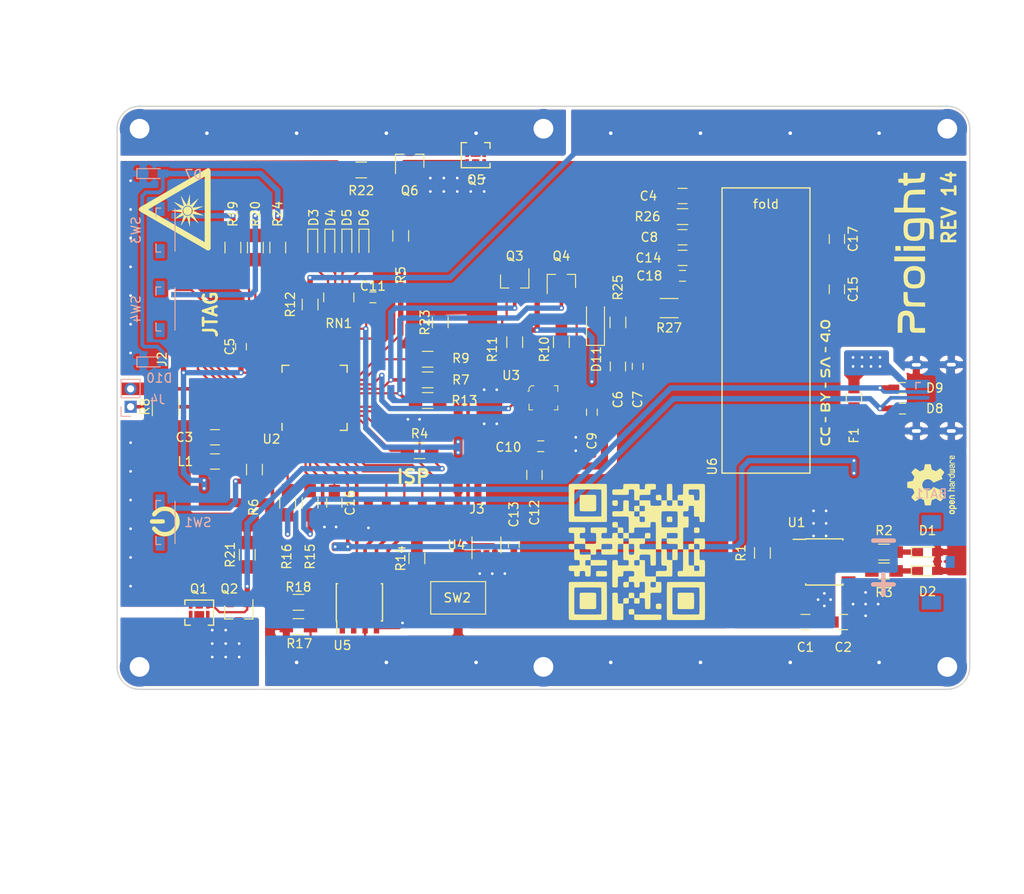
<source format=kicad_pcb>
(kicad_pcb (version 4) (host pcbnew 4.0.7)
  (layers (0 F.Cu signal) (31 B.Cu signal) (34 B.Paste user) (35 F.Paste user) (36 B.SilkS user) (37 F.SilkS user) (38 B.Mask user) (39 F.Mask user) (44 Edge.Cuts user))
  (net 0 "")
  (net 1 VCC)
  (net 2 PWM_1)
  (net 3 MAT_PWR)
  (net 4 +3V3)
  (net 5 GND)
  (net 6 VBUS)
  (net 7 AVCC)
  (net 8 "Net-(C13-Pad1)")
  (net 9 "Net-(C16-Pad1)")
  (net 10 "Net-(D1-Pad1)")
  (net 11 "Net-(D3-Pad2)")
  (net 12 "Net-(D4-Pad2)")
  (net 13 "Net-(D5-Pad2)")
  (net 14 D+)
  (net 15 D-)
  (net 16 "Net-(F1-Pad2)")
  (net 17 TDI)
  (net 18 TDO)
  (net 19 TMS)
  (net 20 TCK)
  (net 21 RESET)
  (net 22 SCK)
  (net 23 MISO)
  (net 24 MOSI)
  (net 25 AREF)
  (net 26 ADC0)
  (net 27 SDA)
  (net 28 SCL)
  (net 29 PRG)
  (net 30 CHRG)
  (net 31 STDBY)
  (net 32 "Net-(R6-Pad1)")
  (net 33 OC1A)
  (net 34 "Net-(R15-Pad1)")
  (net 35 "Net-(R16-Pad1)")
  (net 36 "Net-(R17-Pad2)")
  (net 37 "Net-(R18-Pad2)")
  (net 38 PD4_LED1)
  (net 39 PD7_LED3)
  (net 40 PD6_LED2)
  (net 41 PB4_LED4)
  (net 42 CS)
  (net 43 INT6_SW1)
  (net 44 PC6_SW3)
  (net 45 PC7_SW3)
  (net 46 PD5_MATRIX_SW)
  (net 47 PD3_3V3_SW)
  (net 48 SDA_3V3)
  (net 49 SCL_3V3)
  (net 50 "Net-(C15-Pad2)")
  (net 51 "Net-(R20-Pad1)")
  (net 52 "Net-(R19-Pad1)")
  (net 53 "Net-(C17-Pad2)")
  (net 54 "Net-(C17-Pad1)")
  (net 55 "Net-(D2-Pad1)")
  (net 56 "Net-(D6-Pad2)")
  (net 57 /MAT_SIG)
  (net 58 INT2_ACC-INT1)
  (net 59 "Net-(Q1-Pad3)")
  (net 60 PB6_BUTTONLED)
  (net 61 "Net-(Q5-Pad3)")
  (net 62 "Net-(R14-Pad1)")
  (net 63 "Net-(D10-Pad2)")
  (net 64 "Net-(C4-Pad2)")
  (net 65 "Net-(C8-Pad2)")
  (net 66 "Net-(C14-Pad1)")
  (net 67 "Net-(C15-Pad1)")
  (net 68 "Net-(R23-Pad1)")
  (net 69 "Net-(R26-Pad1)")
  (net 70 OC1C)
  (net 71 "Net-(D11-Pad2)")
  (module Capacitors_SMD:C_0603_HandSoldering (layer F.Cu) (at 237.4 60.2 180)
    (fp_text reference C18 (at 3.7 0 180) (layer F.SilkS))
    (fp_text value 100nF)
    (pad 1 smd rect (at -0.95 0 180) (size 1.2 0.75) (layers F.Cu F.Paste F.Mask) (net 66 "Net-(C14-Pad1)"))
    (pad 2 smd rect (at 0.95 0 180) (size 1.2 0.75) (layers F.Cu F.Paste F.Mask) (net 5 GND))
  )
  (module Capacitors_SMD:C_0805_HandSoldering (layer F.Cu) (at 254.6 56.1 90)
    (fp_text reference C17 (at 0 1.8 90) (layer F.SilkS))
    (fp_text value 1µF)
    (pad 1 smd rect (at -1.25 0 90) (size 1.5 1.25) (layers F.Cu F.Paste F.Mask) (net 54 "Net-(C17-Pad1)"))
    (pad 2 smd rect (at 1.25 0 90) (size 1.5 1.25) (layers F.Cu F.Paste F.Mask) (net 53 "Net-(C17-Pad2)"))
  )
  (module Resistors_SMD:R_0805_HandSoldering (layer F.Cu) (at 188.9 91.3 90)
    (fp_text reference R21 (at 0 -1.9 90) (layer F.SilkS))
    (fp_text value 1MΩ)
    (pad 1 smd rect (at -1.35 0 90) (size 1.5 1.3) (layers F.Cu F.Paste F.Mask) (net 59 "Net-(Q1-Pad3)"))
    (pad 2 smd rect (at 1.35 0 90) (size 1.5 1.3) (layers F.Cu F.Paste F.Mask) (net 5 GND))
  )
  (module Buttons_Switches_SMD:SW_SPST_FSMSM (layer F.Cu) (at 212.4 96.1)
    (fp_text reference SW2 (at -0.1 0) (layer F.SilkS))
    (fp_text value SW_MODE)
    (pad 1 smd rect (at -4.59 0) (size 2.18 1.6) (layers F.Cu F.Paste F.Mask) (net 62 "Net-(R14-Pad1)"))
    (pad 2 smd rect (at 4.59 0) (size 2.18 1.6) (layers F.Cu F.Paste F.Mask) (net 5 GND))
  )
  (module Mounting_Holes:MountingHole_2.2mm_M2_Pad (layer F.Cu) (at 176.9 103.8)
    (fp_text reference MK1 hide)
    (fp_text value PWM_1)
    (pad 1 thru_hole circle (at 0 0) (size 4.4 4.4) (drill 2.2) (layers *.Cu *.Mask) (net 2 PWM_1))
  )
  (module Mounting_Holes:MountingHole_2.2mm_M2_Pad (layer F.Cu) (at 221.9 43.8)
    (fp_text reference MK2 hide)
    (fp_text value MAT_PWR)
    (pad 1 thru_hole circle (at 0 0) (size 4.4 4.4) (drill 2.2) (layers *.Cu *.Mask) (net 3 MAT_PWR))
  )
  (module Mounting_Holes:MountingHole_2.2mm_M2_Pad (layer F.Cu) (at 266.9 43.8)
    (fp_text reference MK3 hide)
    (fp_text value MAT_SIG)
    (pad 1 thru_hole circle (at 0 0) (size 4.4 4.4) (drill 2.2) (layers *.Cu *.Mask) (net 57 /MAT_SIG))
  )
  (module Mounting_Holes:MountingHole_2.2mm_M2_Pad (layer F.Cu) (at 221.9 103.8)
    (fp_text reference MK4 hide)
    (fp_text value VCC)
    (pad 1 thru_hole circle (at 0 0) (size 4.4 4.4) (drill 2.2) (layers *.Cu *.Mask) (net 1 VCC))
  )
  (module Mounting_Holes:MountingHole_2.2mm_M2_Pad (layer F.Cu) (at 266.9 103.8)
    (fp_text reference MK5 hide)
    (fp_text value VCC)
    (pad 1 thru_hole circle (at 0 0) (size 4.4 4.4) (drill 2.2) (layers *.Cu *.Mask) (net 1 VCC))
  )
  (module Mounting_Holes:MountingHole_2.2mm_M2_Pad (layer F.Cu) (at 176.9 43.8)
    (fp_text reference MK6 hide)
    (fp_text value MAT_PWR)
    (pad 1 thru_hole circle (at 0 0) (size 4.4 4.4) (drill 2.2) (layers *.Cu *.Mask) (net 3 MAT_PWR))
  )
  (module lt_foots:CONN_AVX_RT_ANGLE_3pin_2.5mm_pitch (layer B.Cu) (at 265.1 92.1 270)
    (fp_text reference BAT1 (at -7.6 0 360) (layer B.SilkS) (effects (justify mirror)))
    (fp_text value LIPO_W_NTC)
    (pad "" smd rect (at -4.461931 -0.017919 90) (size 1.5 2.15) (layers B.Cu B.Paste B.Mask))
    (pad 3 smd rect (at 2.5 -2.117919 90) (size 1.4 1) (layers B.Cu B.Paste B.Mask) (net 1 VCC))
    (pad "" smd rect (at 4.538069 -0.017919 90) (size 1.5 2.15) (layers B.Cu B.Paste B.Mask))
    (pad 2 smd rect (at 0 -2.117919 90) (size 1.3 1) (layers B.Cu B.Paste B.Mask))
    (pad 1 smd rect (at -2.5 -2.117919 90) (size 1.4 1) (layers B.Cu B.Paste B.Mask) (net 5 GND))
  )
  (module Pin_Headers:Pin_Header_Straight_1x02_Pitch2.00mm (layer B.Cu) (at 175.9 74.8)
    (fp_text reference J4 (at 3 -0.8) (layer B.SilkS) (effects (justify mirror)))
    (fp_text value TEMP_Conn_01x02)
    (pad 1 thru_hole rect (at 0 0) (size 1.35 1.35) (drill 0.8) (layers *.Cu *.Mask) (net 25 AREF))
    (pad 2 thru_hole oval (at 0 -2) (size 1.35 1.35) (drill 0.8) (layers *.Cu *.Mask) (net 26 ADC0))
  )
  (module TO_SOT_Packages_SMD:SOT-23 (layer F.Cu) (at 218.7 60.8 270)
    (fp_text reference Q3 (at -2.8 0 540) (layer F.SilkS))
    (fp_text value 2N7002)
    (pad 1 smd rect (at -1 -0.95 270) (size 0.9 0.8) (layers F.Cu F.Paste F.Mask) (net 4 +3V3))
    (pad 2 smd rect (at -1 0.95 270) (size 0.9 0.8) (layers F.Cu F.Paste F.Mask) (net 48 SDA_3V3))
    (pad 3 smd rect (at 1 0 270) (size 0.9 0.8) (layers F.Cu F.Paste F.Mask) (net 27 SDA))
  )
  (module TO_SOT_Packages_SMD:SOT-23 (layer F.Cu) (at 223.9 60.8 90)
    (fp_text reference Q4 (at 2.8 0 360) (layer F.SilkS))
    (fp_text value 2N7002)
    (pad 1 smd rect (at -1 -0.95 90) (size 0.9 0.8) (layers F.Cu F.Paste F.Mask) (net 4 +3V3))
    (pad 2 smd rect (at -1 0.95 90) (size 0.9 0.8) (layers F.Cu F.Paste F.Mask) (net 49 SCL_3V3))
    (pad 3 smd rect (at 1 0 90) (size 0.9 0.8) (layers F.Cu F.Paste F.Mask) (net 28 SCL))
  )
  (module Resistors_SMD:R_Array_Convex_4x0603 (layer F.Cu) (at 199.1 62.6 90)
    (fp_text reference RN1 (at -2.9 0 180) (layer F.SilkS))
    (fp_text value R_Pack_1kΩ)
    (pad 1 smd rect (at -0.9 -1.2 90) (size 0.8 0.5) (layers F.Cu F.Paste F.Mask) (net 41 PB4_LED4))
    (pad 3 smd rect (at -0.9 0.4 90) (size 0.8 0.4) (layers F.Cu F.Paste F.Mask) (net 40 PD6_LED2))
    (pad 2 smd rect (at -0.9 -0.4 90) (size 0.8 0.4) (layers F.Cu F.Paste F.Mask) (net 39 PD7_LED3))
    (pad 4 smd rect (at -0.9 1.2 90) (size 0.8 0.5) (layers F.Cu F.Paste F.Mask) (net 38 PD4_LED1))
    (pad 7 smd rect (at 0.9 -0.4 90) (size 0.8 0.4) (layers F.Cu F.Paste F.Mask) (net 12 "Net-(D4-Pad2)"))
    (pad 8 smd rect (at 0.9 -1.2 90) (size 0.8 0.5) (layers F.Cu F.Paste F.Mask) (net 11 "Net-(D3-Pad2)"))
    (pad 6 smd rect (at 0.9 0.4 90) (size 0.8 0.4) (layers F.Cu F.Paste F.Mask) (net 13 "Net-(D5-Pad2)"))
    (pad 5 smd rect (at 0.9 1.2 90) (size 0.8 0.5) (layers F.Cu F.Paste F.Mask) (net 56 "Net-(D6-Pad2)"))
  )
  (module lt_foots:white_nano_smd_switch (layer B.Cu) (at 179 87.7 270)
    (fp_text reference SW1 (at 0 -4.4 540) (layer B.SilkS) (effects (justify mirror)))
    (fp_text value SW_MODE)
    (pad 2 smd rect (at 1.625 -1.925 90) (size 0.6 1) (layers B.Cu B.Paste B.Mask) (net 5 GND))
    (pad 1 smd rect (at -1.6 -1.925 90) (size 0.6 1) (layers B.Cu B.Paste B.Mask) (net 32 "Net-(R6-Pad1)"))
    (pad "" smd rect (at -2.35 -0.2 90) (size 1.55 1) (layers B.Cu B.Paste B.Mask))
    (pad "" smd rect (at 2.35 -0.2 90) (size 1.55 1) (layers B.Cu B.Paste B.Mask))
  )
  (module Housings_SOIC:SOIC-8-1EP_3.9x4.9mm_Pitch1.27mm (layer F.Cu) (at 253.2 92.1)
    (fp_text reference U1 (at -3.1 -4.4 180) (layer F.SilkS))
    (fp_text value TP4056)
    (pad 1 smd rect (at -2.7 -1.905) (size 1.55 0.6) (layers F.Cu F.Paste F.Mask) (net 5 GND))
    (pad 2 smd rect (at -2.7 -0.635) (size 1.55 0.6) (layers F.Cu F.Paste F.Mask) (net 29 PRG))
    (pad 3 smd rect (at -2.7 0.635) (size 1.55 0.6) (layers F.Cu F.Paste F.Mask) (net 5 GND))
    (pad 4 smd rect (at -2.7 1.905) (size 1.55 0.6) (layers F.Cu F.Paste F.Mask) (net 6 VBUS))
    (pad 5 smd rect (at 2.7 1.905) (size 1.55 0.6) (layers F.Cu F.Paste F.Mask) (net 1 VCC))
    (pad 6 smd rect (at 2.7 0.635) (size 1.55 0.6) (layers F.Cu F.Paste F.Mask) (net 31 STDBY))
    (pad 7 smd rect (at 2.7 -0.635) (size 1.55 0.6) (layers F.Cu F.Paste F.Mask) (net 30 CHRG))
    (pad 8 smd rect (at 2.7 -1.905) (size 1.55 0.6) (layers F.Cu F.Paste F.Mask) (net 6 VBUS))
    (pad 9 smd rect (at 0.5875 0.5875) (size 1.175 1.175) (layers F.Cu F.Paste F.Mask) (net 5 GND))
    (pad 9 smd rect (at 0.5875 -0.5875) (size 1.175 1.175) (layers F.Cu F.Paste F.Mask) (net 5 GND))
    (pad 9 smd rect (at -0.5875 0.5875) (size 1.175 1.175) (layers F.Cu F.Paste F.Mask) (net 5 GND))
    (pad 9 smd rect (at -0.5875 -0.5875) (size 1.175 1.175) (layers F.Cu F.Paste F.Mask) (net 5 GND))
  )
  (module Housings_DFN_QFN:QFN-44-1EP_7x7mm_Pitch0.5mm (layer F.Cu) (at 196.4 73.8 90)
    (fp_text reference U2 (at -4.6 -4.8 180) (layer F.SilkS))
    (fp_text value ATMEGA32U4-RC-MU)
    (pad 1 smd rect (at -3.4 -2.5 90) (size 0.7 0.25) (layers F.Cu F.Paste F.Mask) (net 43 INT6_SW1))
    (pad 2 smd rect (at -3.4 -2 90) (size 0.7 0.25) (layers F.Cu F.Paste F.Mask) (net 1 VCC))
    (pad 3 smd rect (at -3.4 -1.5 90) (size 0.7 0.25) (layers F.Cu F.Paste F.Mask) (net 35 "Net-(R16-Pad1)"))
    (pad 4 smd rect (at -3.4 -1 90) (size 0.7 0.25) (layers F.Cu F.Paste F.Mask) (net 34 "Net-(R15-Pad1)"))
    (pad 5 smd rect (at -3.4 -0.5 90) (size 0.7 0.25) (layers F.Cu F.Paste F.Mask) (net 5 GND))
    (pad 6 smd rect (at -3.4 0 90) (size 0.7 0.25) (layers F.Cu F.Paste F.Mask) (net 9 "Net-(C16-Pad1)"))
    (pad 7 smd rect (at -3.4 0.5 90) (size 0.7 0.25) (layers F.Cu F.Paste F.Mask) (net 6 VBUS))
    (pad 8 smd rect (at -3.4 1 90) (size 0.7 0.25) (layers F.Cu F.Paste F.Mask) (net 42 CS))
    (pad 9 smd rect (at -3.4 1.5 90) (size 0.7 0.25) (layers F.Cu F.Paste F.Mask) (net 22 SCK))
    (pad 10 smd rect (at -3.4 2 90) (size 0.7 0.25) (layers F.Cu F.Paste F.Mask) (net 24 MOSI))
    (pad 11 smd rect (at -3.4 2.5 90) (size 0.7 0.25) (layers F.Cu F.Paste F.Mask) (net 23 MISO))
    (pad 12 smd rect (at -2.5 3.4 180) (size 0.7 0.25) (layers F.Cu F.Paste F.Mask) (net 70 OC1C))
    (pad 13 smd rect (at -2 3.4 180) (size 0.7 0.25) (layers F.Cu F.Paste F.Mask) (net 21 RESET))
    (pad 14 smd rect (at -1.5 3.4 180) (size 0.7 0.25) (layers F.Cu F.Paste F.Mask) (net 1 VCC))
    (pad 15 smd rect (at -1 3.4 180) (size 0.7 0.25) (layers F.Cu F.Paste F.Mask) (net 5 GND))
    (pad 16 smd rect (at -0.5 3.4 180) (size 0.7 0.25) (layers F.Cu F.Paste F.Mask))
    (pad 17 smd rect (at 0 3.4 180) (size 0.7 0.25) (layers F.Cu F.Paste F.Mask))
    (pad 18 smd rect (at 0.5 3.4 180) (size 0.7 0.25) (layers F.Cu F.Paste F.Mask) (net 28 SCL))
    (pad 19 smd rect (at 1 3.4 180) (size 0.7 0.25) (layers F.Cu F.Paste F.Mask) (net 27 SDA))
    (pad 20 smd rect (at 1.5 3.4 180) (size 0.7 0.25) (layers F.Cu F.Paste F.Mask) (net 58 INT2_ACC-INT1))
    (pad 21 smd rect (at 2 3.4 180) (size 0.7 0.25) (layers F.Cu F.Paste F.Mask) (net 47 PD3_3V3_SW))
    (pad 22 smd rect (at 2.5 3.4 180) (size 0.7 0.25) (layers F.Cu F.Paste F.Mask) (net 46 PD5_MATRIX_SW))
    (pad 23 smd rect (at 3.4 2.5 90) (size 0.7 0.25) (layers F.Cu F.Paste F.Mask) (net 5 GND))
    (pad 24 smd rect (at 3.4 2 90) (size 0.7 0.25) (layers F.Cu F.Paste F.Mask) (net 1 VCC))
    (pad 25 smd rect (at 3.4 1.5 90) (size 0.7 0.25) (layers F.Cu F.Paste F.Mask) (net 38 PD4_LED1))
    (pad 26 smd rect (at 3.4 1 90) (size 0.7 0.25) (layers F.Cu F.Paste F.Mask) (net 40 PD6_LED2))
    (pad 27 smd rect (at 3.4 0.5 90) (size 0.7 0.25) (layers F.Cu F.Paste F.Mask) (net 39 PD7_LED3))
    (pad 28 smd rect (at 3.4 0 90) (size 0.7 0.25) (layers F.Cu F.Paste F.Mask) (net 41 PB4_LED4))
    (pad 29 smd rect (at 3.4 -0.5 90) (size 0.7 0.25) (layers F.Cu F.Paste F.Mask) (net 33 OC1A))
    (pad 30 smd rect (at 3.4 -1 90) (size 0.7 0.25) (layers F.Cu F.Paste F.Mask) (net 60 PB6_BUTTONLED))
    (pad 31 smd rect (at 3.4 -1.5 90) (size 0.7 0.25) (layers F.Cu F.Paste F.Mask) (net 44 PC6_SW3))
    (pad 32 smd rect (at 3.4 -2 90) (size 0.7 0.25) (layers F.Cu F.Paste F.Mask) (net 45 PC7_SW3))
    (pad 33 smd rect (at 3.4 -2.5 90) (size 0.7 0.25) (layers F.Cu F.Paste F.Mask))
    (pad 34 smd rect (at 2.5 -3.4 180) (size 0.7 0.25) (layers F.Cu F.Paste F.Mask) (net 1 VCC))
    (pad 35 smd rect (at 2 -3.4 180) (size 0.7 0.25) (layers F.Cu F.Paste F.Mask) (net 5 GND))
    (pad 36 smd rect (at 1.5 -3.4 180) (size 0.7 0.25) (layers F.Cu F.Paste F.Mask) (net 17 TDI))
    (pad 37 smd rect (at 1 -3.4 180) (size 0.7 0.25) (layers F.Cu F.Paste F.Mask) (net 18 TDO))
    (pad 38 smd rect (at 0.5 -3.4 180) (size 0.7 0.25) (layers F.Cu F.Paste F.Mask) (net 19 TMS))
    (pad 39 smd rect (at 0 -3.4 180) (size 0.7 0.25) (layers F.Cu F.Paste F.Mask) (net 20 TCK))
    (pad 40 smd rect (at -0.5 -3.4 180) (size 0.7 0.25) (layers F.Cu F.Paste F.Mask))
    (pad 41 smd rect (at -1 -3.4 180) (size 0.7 0.25) (layers F.Cu F.Paste F.Mask) (net 26 ADC0))
    (pad 42 smd rect (at -1.5 -3.4 180) (size 0.7 0.25) (layers F.Cu F.Paste F.Mask) (net 25 AREF))
    (pad 43 smd rect (at -2 -3.4 180) (size 0.7 0.25) (layers F.Cu F.Paste F.Mask) (net 5 GND))
    (pad 44 smd rect (at -2.5 -3.4 180) (size 0.7 0.25) (layers F.Cu F.Paste F.Mask) (net 7 AVCC))
    (pad 45 smd rect (at 1.93125 1.93125 90) (size 1.2875 1.2875) (layers F.Cu F.Paste F.Mask) (net 5 GND))
    (pad 45 smd rect (at 1.93125 0.64375 90) (size 1.2875 1.2875) (layers F.Cu F.Paste F.Mask) (net 5 GND))
    (pad 45 smd rect (at 1.93125 -0.64375 90) (size 1.2875 1.2875) (layers F.Cu F.Paste F.Mask) (net 5 GND))
    (pad 45 smd rect (at 1.93125 -1.93125 90) (size 1.2875 1.2875) (layers F.Cu F.Paste F.Mask) (net 5 GND))
    (pad 45 smd rect (at 0.64375 1.93125 90) (size 1.2875 1.2875) (layers F.Cu F.Paste F.Mask) (net 5 GND))
    (pad 45 smd rect (at 0.64375 0.64375 90) (size 1.2875 1.2875) (layers F.Cu F.Paste F.Mask) (net 5 GND))
    (pad 45 smd rect (at 0.64375 -0.64375 90) (size 1.2875 1.2875) (layers F.Cu F.Paste F.Mask) (net 5 GND))
    (pad 45 smd rect (at 0.64375 -1.93125 90) (size 1.2875 1.2875) (layers F.Cu F.Paste F.Mask) (net 5 GND))
    (pad 45 smd rect (at -0.64375 1.93125 90) (size 1.2875 1.2875) (layers F.Cu F.Paste F.Mask) (net 5 GND))
    (pad 45 smd rect (at -0.64375 0.64375 90) (size 1.2875 1.2875) (layers F.Cu F.Paste F.Mask) (net 5 GND))
    (pad 45 smd rect (at -0.64375 -0.64375 90) (size 1.2875 1.2875) (layers F.Cu F.Paste F.Mask) (net 5 GND))
    (pad 45 smd rect (at -0.64375 -1.93125 90) (size 1.2875 1.2875) (layers F.Cu F.Paste F.Mask) (net 5 GND))
    (pad 45 smd rect (at -1.93125 1.93125 90) (size 1.2875 1.2875) (layers F.Cu F.Paste F.Mask) (net 5 GND))
    (pad 45 smd rect (at -1.93125 0.64375 90) (size 1.2875 1.2875) (layers F.Cu F.Paste F.Mask) (net 5 GND))
    (pad 45 smd rect (at -1.93125 -0.64375 90) (size 1.2875 1.2875) (layers F.Cu F.Paste F.Mask) (net 5 GND))
    (pad 45 smd rect (at -1.93125 -1.93125 90) (size 1.2875 1.2875) (layers F.Cu F.Paste F.Mask) (net 5 GND))
  )
  (module TO_SOT_Packages_SMD:SOT-23-5 (layer F.Cu) (at 215.55 90.2 90)
    (fp_text reference U4 (at 0 -3.35 180) (layer F.SilkS))
    (fp_text value MIC5205-3.3)
    (pad 1 smd rect (at -1.1 -0.95 90) (size 1.06 0.65) (layers F.Cu F.Paste F.Mask) (net 1 VCC))
    (pad 2 smd rect (at -1.1 0 90) (size 1.06 0.65) (layers F.Cu F.Paste F.Mask) (net 5 GND))
    (pad 3 smd rect (at -1.1 0.95 90) (size 1.06 0.65) (layers F.Cu F.Paste F.Mask) (net 68 "Net-(R23-Pad1)"))
    (pad 4 smd rect (at 1.1 0.95 90) (size 1.06 0.65) (layers F.Cu F.Paste F.Mask) (net 8 "Net-(C13-Pad1)"))
    (pad 5 smd rect (at 1.1 -0.95 90) (size 1.06 0.65) (layers F.Cu F.Paste F.Mask) (net 4 +3V3))
  )
  (module Housings_SOIC:SOIC-8_3.9x4.9mm_Pitch1.27mm (layer F.Cu) (at 201.395 96.6 90)
    (fp_text reference U5 (at -4.8 -1.895 180) (layer F.SilkS))
    (fp_text value AT25_EEPROM)
    (pad 1 smd rect (at -2.7 -1.905 90) (size 1.55 0.6) (layers F.Cu F.Paste F.Mask) (net 42 CS))
    (pad 2 smd rect (at -2.7 -0.635 90) (size 1.55 0.6) (layers F.Cu F.Paste F.Mask) (net 23 MISO))
    (pad 3 smd rect (at -2.7 0.635 90) (size 1.55 0.6) (layers F.Cu F.Paste F.Mask) (net 36 "Net-(R17-Pad2)"))
    (pad 4 smd rect (at -2.7 1.905 90) (size 1.55 0.6) (layers F.Cu F.Paste F.Mask) (net 5 GND))
    (pad 5 smd rect (at 2.7 1.905 90) (size 1.55 0.6) (layers F.Cu F.Paste F.Mask) (net 24 MOSI))
    (pad 6 smd rect (at 2.7 0.635 90) (size 1.55 0.6) (layers F.Cu F.Paste F.Mask) (net 22 SCK))
    (pad 7 smd rect (at 2.7 -0.635 90) (size 1.55 0.6) (layers F.Cu F.Paste F.Mask) (net 37 "Net-(R18-Pad2)"))
    (pad 8 smd rect (at 2.7 -1.905 90) (size 1.55 0.6) (layers F.Cu F.Paste F.Mask) (net 1 VCC))
  )
  (module lt_foots:Conn_01x06_SMD_2mm (layer F.Cu) (at 181.8 69.4 180)
    (fp_text reference J2 (at 2.4 -0.1 270) (layer F.SilkS))
    (fp_text value JTAG_Conn_01x06)
    (pad 1 smd rect (at 0 0 180) (size 2 1) (layers F.Cu F.Paste F.Mask) (net 1 VCC))
    (pad 2 smd rect (at 0 2 180) (size 2 1) (layers F.Cu F.Paste F.Mask) (net 20 TCK))
    (pad 3 smd rect (at 0 4 180) (size 2 1) (layers F.Cu F.Paste F.Mask) (net 19 TMS))
    (pad 4 smd rect (at 0 6 180) (size 2 1) (layers F.Cu F.Paste F.Mask) (net 18 TDO))
    (pad 5 smd rect (at 0 8 180) (size 2 1) (layers F.Cu F.Paste F.Mask) (net 17 TDI))
    (pad 6 smd rect (at 0 10 180) (size 2 1) (layers F.Cu F.Paste F.Mask) (net 5 GND))
  )
  (module lt_foots:Conn_01x06_SMD_2mm (layer F.Cu) (at 212.4 86 270)
    (fp_text reference J3 (at 0.2 -2.1 360) (layer F.SilkS))
    (fp_text value ISP_Conn_01x06)
    (pad 1 smd rect (at 0 0 270) (size 2 1) (layers F.Cu F.Paste F.Mask) (net 1 VCC))
    (pad 2 smd rect (at 0 2 270) (size 2 1) (layers F.Cu F.Paste F.Mask) (net 21 RESET))
    (pad 3 smd rect (at 0 4 270) (size 2 1) (layers F.Cu F.Paste F.Mask) (net 23 MISO))
    (pad 4 smd rect (at 0 6 270) (size 2 1) (layers F.Cu F.Paste F.Mask) (net 24 MOSI))
    (pad 5 smd rect (at 0 8 270) (size 2 1) (layers F.Cu F.Paste F.Mask) (net 22 SCK))
    (pad 6 smd rect (at 0 10 270) (size 2 1) (layers F.Cu F.Paste F.Mask) (net 5 GND))
  )
  (module Capacitors_SMD:C_0805_HandSoldering (layer F.Cu) (at 256.5 73.8 90)
    (fp_text reference F1 (at -4.2 0 270) (layer F.SilkS))
    (fp_text value Polyfuse_1A_hold)
    (pad 1 smd rect (at -1.25 0 90) (size 1.5 1.25) (layers F.Cu F.Paste F.Mask) (net 6 VBUS))
    (pad 2 smd rect (at 1.25 0 90) (size 1.5 1.25) (layers F.Cu F.Paste F.Mask) (net 16 "Net-(F1-Pad2)"))
  )
  (module lt_foots:LGA-14L_2.5x3mm__LSM6DS3 (layer F.Cu) (at 221.9 73.8)
    (fp_text reference U3 (at -3.6 -2.5) (layer F.SilkS))
    (fp_text value LSM6DS3TR)
    (pad 2 smd rect (at -1.25 -0.25) (size 0.75 0.3) (layers F.Cu F.Paste F.Mask) (net 5 GND))
    (pad 3 smd rect (at -1.25 0.25) (size 0.75 0.3) (layers F.Cu F.Paste F.Mask) (net 5 GND))
    (pad 4 smd rect (at -1.25 0.8) (size 0.65 0.3) (layers F.Cu F.Paste F.Mask) (net 58 INT2_ACC-INT1))
    (pad 1 smd rect (at -1.25 -0.8) (size 0.65 0.3) (layers F.Cu F.Paste F.Mask) (net 5 GND))
    (pad 11 smd rect (at 1.25 -0.8) (size 0.65 0.35) (layers F.Cu F.Paste F.Mask))
    (pad 10 smd rect (at 1.25 -0.25) (size 0.75 0.3) (layers F.Cu F.Paste F.Mask))
    (pad 9 smd rect (at 1.25 0.25) (size 0.75 0.3) (layers F.Cu F.Paste F.Mask))
    (pad 8 smd rect (at 1.25 0.8) (size 0.65 0.3) (layers F.Cu F.Paste F.Mask) (net 4 +3V3))
    (pad 6 smd rect (at 0 1) (size 0.3 0.75) (layers F.Cu F.Paste F.Mask) (net 5 GND))
    (pad 7 smd rect (at 0.5 1) (size 0.3 0.75) (layers F.Cu F.Paste F.Mask) (net 5 GND))
    (pad 5 smd rect (at -0.5 1) (size 0.3 0.75) (layers F.Cu F.Paste F.Mask) (net 4 +3V3))
    (pad 13 smd rect (at 0 -1) (size 0.3 0.75) (layers F.Cu F.Paste F.Mask) (net 49 SCL_3V3))
    (pad 14 smd rect (at -0.5 -1) (size 0.3 0.75) (layers F.Cu F.Paste F.Mask) (net 48 SDA_3V3))
    (pad 12 smd rect (at 0.5 -1) (size 0.3 0.75) (layers F.Cu F.Paste F.Mask))
  )
  (module lt_foots:Conn_USBmicro-B_ebay-side_TH_GROUND (layer B.Cu) (at 266.9 73.8 270)
    (fp_text reference J1)
    (fp_text value USB_Micro_Jack)
    (pad 5 thru_hole oval (at -3.675 3.45 270) (size 1 1.8) (drill oval 0.4 1) (layers *.Cu *.Mask B.Paste) (net 5 GND))
    (pad 5 thru_hole oval (at 3.7 3.45 270) (size 1 1.8) (drill oval 0.4 1) (layers *.Cu *.Mask B.Paste) (net 5 GND))
    (pad 5 thru_hole oval (at -3.7 -0.45 270) (size 1 1.8) (drill oval 0.4 1) (layers *.Cu *.Mask B.Paste) (net 5 GND))
    (pad 5 smd rect (at 0 0 270) (size 2 2) (layers B.Cu B.Paste B.Mask) (net 5 GND))
    (pad 5 thru_hole oval (at 3.7 -0.45 270) (size 1 1.8) (drill oval 0.4 1) (layers *.Cu *.Mask B.Paste) (net 5 GND))
    (pad 1 smd rect (at -1.3 2.675 270) (size 0.4 1.35) (layers B.Cu B.Paste B.Mask) (net 16 "Net-(F1-Pad2)"))
    (pad 2 smd rect (at -0.65 2.675 270) (size 0.4 1.35) (layers B.Cu B.Paste B.Mask) (net 15 D-))
    (pad 3 smd rect (at 0 2.675 270) (size 0.4 1.35) (layers B.Cu B.Paste B.Mask) (net 14 D+))
    (pad 4 smd rect (at 0.65 2.675 270) (size 0.4 1.35) (layers B.Cu B.Paste B.Mask) (net 5 GND))
    (pad 5 smd rect (at 1.3 2.675 270) (size 0.4 1.35) (layers B.Cu B.Paste B.Mask) (net 5 GND))
  )
  (module Capacitors_SMD:C_0805_HandSoldering (layer F.Cu) (at 185.3 80.9)
    (fp_text reference L1 (at -3.3 0) (layer F.SilkS))
    (fp_text value 10µH)
    (pad 1 smd rect (at -1.25 0) (size 1.5 1.25) (layers F.Cu F.Paste F.Mask) (net 1 VCC))
    (pad 2 smd rect (at 1.25 0) (size 1.5 1.25) (layers F.Cu F.Paste F.Mask) (net 7 AVCC))
  )
  (module LEDs:LED_0603_HandSoldering (layer F.Cu) (at 264.7 91)
    (fp_text reference D1 (at 0 -2.4) (layer F.SilkS))
    (fp_text value RED)
    (pad 1 smd rect (at -1.1 0) (size 1.2 0.9) (layers F.Cu F.Paste F.Mask) (net 10 "Net-(D1-Pad1)"))
    (pad 2 smd rect (at 1.1 0) (size 1.2 0.9) (layers F.Cu F.Paste F.Mask) (net 6 VBUS))
  )
  (module LEDs:LED_0603_HandSoldering (layer F.Cu) (at 264.7 93.1)
    (fp_text reference D2 (at 0 2.3) (layer F.SilkS))
    (fp_text value GREEN)
    (pad 1 smd rect (at -1.1 0) (size 1.2 0.9) (layers F.Cu F.Paste F.Mask) (net 55 "Net-(D2-Pad1)"))
    (pad 2 smd rect (at 1.1 0) (size 1.2 0.9) (layers F.Cu F.Paste F.Mask) (net 6 VBUS))
  )
  (module LEDs:LED_0603_HandSoldering (layer F.Cu) (at 196.2 56.8 270)
    (fp_text reference D3 (at -3.1 -0.1 270) (layer F.SilkS))
    (fp_text value STAT_RED)
    (pad 1 smd rect (at -1.1 0 270) (size 1.2 0.9) (layers F.Cu F.Paste F.Mask) (net 5 GND))
    (pad 2 smd rect (at 1.1 0 270) (size 1.2 0.9) (layers F.Cu F.Paste F.Mask) (net 11 "Net-(D3-Pad2)"))
  )
  (module LEDs:LED_0603_HandSoldering (layer F.Cu) (at 198.1 56.8 270)
    (fp_text reference D4 (at -3.1 -0.1 270) (layer F.SilkS))
    (fp_text value STAT_YELLOW)
    (pad 1 smd rect (at -1.1 0 270) (size 1.2 0.9) (layers F.Cu F.Paste F.Mask) (net 5 GND))
    (pad 2 smd rect (at 1.1 0 270) (size 1.2 0.9) (layers F.Cu F.Paste F.Mask) (net 12 "Net-(D4-Pad2)"))
  )
  (module LEDs:LED_0603_HandSoldering (layer F.Cu) (at 200 56.8 270)
    (fp_text reference D5 (at -3.1 0 270) (layer F.SilkS))
    (fp_text value STAT_GREEN)
    (pad 1 smd rect (at -1.1 0 270) (size 1.2 0.9) (layers F.Cu F.Paste F.Mask) (net 5 GND))
    (pad 2 smd rect (at 1.1 0 270) (size 1.2 0.9) (layers F.Cu F.Paste F.Mask) (net 13 "Net-(D5-Pad2)"))
  )
  (module LEDs:LED_0603_HandSoldering (layer F.Cu) (at 201.9 56.8 270)
    (fp_text reference D6 (at -3.1 0 270) (layer F.SilkS))
    (fp_text value STAT_PINK)
    (pad 1 smd rect (at -1.1 0 270) (size 1.2 0.9) (layers F.Cu F.Paste F.Mask) (net 5 GND))
    (pad 2 smd rect (at 1.1 0 270) (size 1.2 0.9) (layers F.Cu F.Paste F.Mask) (net 56 "Net-(D6-Pad2)"))
  )
  (module LEDs:LED_0603_HandSoldering (layer B.Cu) (at 178.4 48.8)
    (fp_text reference D7 (at 4.5 0.1) (layer B.SilkS) (effects (justify mirror)))
    (fp_text value BUTTONLED_PINK)
    (pad 1 smd rect (at -1.1 0) (size 1.2 0.9) (layers B.Cu B.Paste B.Mask) (net 5 GND))
    (pad 2 smd rect (at 1.1 0) (size 1.2 0.9) (layers B.Cu B.Paste B.Mask) (net 63 "Net-(D10-Pad2)"))
  )
  (module Resistors_SMD:R_0805_HandSoldering (layer F.Cu) (at 246.3 91.1 270)
    (fp_text reference R1 (at 0 2.4 270) (layer F.SilkS))
    (fp_text value 1.2KΩ)
    (pad 1 smd rect (at -1.35 0 270) (size 1.5 1.3) (layers F.Cu F.Paste F.Mask) (net 5 GND))
    (pad 2 smd rect (at 1.35 0 270) (size 1.5 1.3) (layers F.Cu F.Paste F.Mask) (net 29 PRG))
  )
  (module Resistors_SMD:R_0805_HandSoldering (layer F.Cu) (at 208.1 79.7)
    (fp_text reference R4 (at 0 -1.9) (layer F.SilkS))
    (fp_text value 1KΩ)
    (pad 1 smd rect (at -1.35 0) (size 1.5 1.3) (layers F.Cu F.Paste F.Mask) (net 70 OC1C))
    (pad 2 smd rect (at 1.35 0) (size 1.5 1.3) (layers F.Cu F.Paste F.Mask) (net 59 "Net-(Q1-Pad3)"))
  )
  (module Resistors_SMD:R_0805_HandSoldering (layer F.Cu) (at 206 55.75 90)
    (fp_text reference R5 (at -4.35 0 270) (layer F.SilkS))
    (fp_text value 1KΩ)
    (pad 1 smd rect (at -1.35 0 90) (size 1.5 1.3) (layers F.Cu F.Paste F.Mask) (net 46 PD5_MATRIX_SW))
    (pad 2 smd rect (at 1.35 0 90) (size 1.5 1.3) (layers F.Cu F.Paste F.Mask) (net 61 "Net-(Q5-Pad3)"))
  )
  (module Resistors_SMD:R_0805_HandSoldering (layer F.Cu) (at 189.7 81.8 90)
    (fp_text reference R6 (at -4.2 -0.1 90) (layer F.SilkS))
    (fp_text value 10KΩ)
    (pad 1 smd rect (at -1.35 0 90) (size 1.5 1.3) (layers F.Cu F.Paste F.Mask) (net 32 "Net-(R6-Pad1)"))
    (pad 2 smd rect (at 1.35 0 90) (size 1.5 1.3) (layers F.Cu F.Paste F.Mask) (net 43 INT6_SW1))
  )
  (module Resistors_SMD:R_0805_HandSoldering (layer F.Cu) (at 209 71.8 180)
    (fp_text reference R7 (at -3.7 0 180) (layer F.SilkS))
    (fp_text value 10kΩ)
    (pad 1 smd rect (at -1.35 0 180) (size 1.5 1.3) (layers F.Cu F.Paste F.Mask) (net 1 VCC))
    (pad 2 smd rect (at 1.35 0 180) (size 1.5 1.3) (layers F.Cu F.Paste F.Mask) (net 27 SDA))
  )
  (module Resistors_SMD:R_0805_HandSoldering (layer F.Cu) (at 209 69.5)
    (fp_text reference R9 (at 3.7 -0.1) (layer F.SilkS))
    (fp_text value 1KΩ)
    (pad 1 smd rect (at -1.35 0) (size 1.5 1.3) (layers F.Cu F.Paste F.Mask) (net 47 PD3_3V3_SW))
    (pad 2 smd rect (at 1.35 0) (size 1.5 1.3) (layers F.Cu F.Paste F.Mask) (net 68 "Net-(R23-Pad1)"))
  )
  (module Resistors_SMD:R_0805_HandSoldering (layer F.Cu) (at 223.9 67.6 270)
    (fp_text reference R10 (at 0.8 1.9 450) (layer F.SilkS))
    (fp_text value 10kΩ)
    (pad 1 smd rect (at -1.35 0 270) (size 1.5 1.3) (layers F.Cu F.Paste F.Mask) (net 4 +3V3))
    (pad 2 smd rect (at 1.35 0 270) (size 1.5 1.3) (layers F.Cu F.Paste F.Mask) (net 49 SCL_3V3))
  )
  (module Resistors_SMD:R_0805_HandSoldering (layer F.Cu) (at 218.7 67.6 270)
    (fp_text reference R11 (at 0.8 2.5 450) (layer F.SilkS))
    (fp_text value 10kΩ)
    (pad 1 smd rect (at -1.35 0 270) (size 1.5 1.3) (layers F.Cu F.Paste F.Mask) (net 4 +3V3))
    (pad 2 smd rect (at 1.35 0 270) (size 1.5 1.3) (layers F.Cu F.Paste F.Mask) (net 48 SDA_3V3))
  )
  (module Resistors_SMD:R_0805_HandSoldering (layer F.Cu) (at 195.9 63.4 90)
    (fp_text reference R12 (at 0 -2.2 270) (layer F.SilkS))
    (fp_text value 1KΩ)
    (pad 1 smd rect (at -1.35 0 90) (size 1.5 1.3) (layers F.Cu F.Paste F.Mask) (net 33 OC1A))
    (pad 2 smd rect (at 1.35 0 90) (size 1.5 1.3) (layers F.Cu F.Paste F.Mask) (net 57 /MAT_SIG))
  )
  (module Resistors_SMD:R_0805_HandSoldering (layer F.Cu) (at 209 74.1 180)
    (fp_text reference R13 (at -4.1 0 180) (layer F.SilkS))
    (fp_text value 10kΩ)
    (pad 1 smd rect (at -1.35 0 180) (size 1.5 1.3) (layers F.Cu F.Paste F.Mask) (net 1 VCC))
    (pad 2 smd rect (at 1.35 0 180) (size 1.5 1.3) (layers F.Cu F.Paste F.Mask) (net 28 SCL))
  )
  (module Resistors_SMD:R_0805_HandSoldering (layer F.Cu) (at 195.9 85.5 270)
    (fp_text reference R15 (at 6 0 450) (layer F.SilkS))
    (fp_text value 22Ω)
    (pad 1 smd rect (at -1.35 0 270) (size 1.5 1.3) (layers F.Cu F.Paste F.Mask) (net 34 "Net-(R15-Pad1)"))
    (pad 2 smd rect (at 1.35 0 270) (size 1.5 1.3) (layers F.Cu F.Paste F.Mask) (net 14 D+))
  )
  (module Resistors_SMD:R_0805_HandSoldering (layer F.Cu) (at 193.4 85.5 270)
    (fp_text reference R16 (at 6 0.1 270) (layer F.SilkS))
    (fp_text value 22Ω)
    (pad 1 smd rect (at -1.35 0 270) (size 1.5 1.3) (layers F.Cu F.Paste F.Mask) (net 35 "Net-(R16-Pad1)"))
    (pad 2 smd rect (at 1.35 0 270) (size 1.5 1.3) (layers F.Cu F.Paste F.Mask) (net 15 D-))
  )
  (module Resistors_SMD:R_0805_HandSoldering (layer F.Cu) (at 194.6 99.3)
    (fp_text reference R17 (at 0.1 1.9) (layer F.SilkS))
    (fp_text value 4.7KΩ)
    (pad 1 smd rect (at -1.35 0) (size 1.5 1.3) (layers F.Cu F.Paste F.Mask) (net 1 VCC))
    (pad 2 smd rect (at 1.35 0) (size 1.5 1.3) (layers F.Cu F.Paste F.Mask) (net 36 "Net-(R17-Pad2)"))
  )
  (module Resistors_SMD:R_0805_HandSoldering (layer F.Cu) (at 194.6 96.6)
    (fp_text reference R18 (at 0 -1.7) (layer F.SilkS))
    (fp_text value 4.7KΩ)
    (pad 1 smd rect (at -1.35 0) (size 1.5 1.3) (layers F.Cu F.Paste F.Mask) (net 1 VCC))
    (pad 2 smd rect (at 1.35 0) (size 1.5 1.3) (layers F.Cu F.Paste F.Mask) (net 37 "Net-(R18-Pad2)"))
  )
  (module Resistors_SMD:R_0805_HandSoldering (layer F.Cu) (at 187.3 57.05 270)
    (fp_text reference R19 (at -3.75 0 270) (layer F.SilkS))
    (fp_text value 10KΩ)
    (pad 1 smd rect (at -1.35 0 270) (size 1.5 1.3) (layers F.Cu F.Paste F.Mask) (net 52 "Net-(R19-Pad1)"))
    (pad 2 smd rect (at 1.35 0 270) (size 1.5 1.3) (layers F.Cu F.Paste F.Mask) (net 45 PC7_SW3))
  )
  (module Resistors_SMD:R_0805_HandSoldering (layer F.Cu) (at 189.8 57.05 270)
    (fp_text reference R20 (at -3.75 0 270) (layer F.SilkS))
    (fp_text value 10KΩ)
    (pad 1 smd rect (at -1.35 0 270) (size 1.5 1.3) (layers F.Cu F.Paste F.Mask) (net 51 "Net-(R20-Pad1)"))
    (pad 2 smd rect (at 1.35 0 270) (size 1.5 1.3) (layers F.Cu F.Paste F.Mask) (net 44 PC6_SW3))
  )
  (module TO_SOT_Packages_SMD:SOT-23 (layer F.Cu) (at 187.95 97.7 270)
    (fp_text reference Q2 (at -2.6 1.05 360) (layer F.SilkS))
    (fp_text value Q_NMOS_GSD)
    (pad 1 smd rect (at -1 -0.95 270) (size 0.9 0.8) (layers F.Cu F.Paste F.Mask) (net 59 "Net-(Q1-Pad3)"))
    (pad 2 smd rect (at -1 0.95 270) (size 0.9 0.8) (layers F.Cu F.Paste F.Mask) (net 5 GND))
    (pad 3 smd rect (at 1 0 270) (size 0.9 0.8) (layers F.Cu F.Paste F.Mask) (net 2 PWM_1))
  )
  (module TO_SOT_Packages_SMD:SOT-23 (layer F.Cu) (at 207 47.4 90)
    (fp_text reference Q6 (at -3.3 0 180) (layer F.SilkS))
    (fp_text value Q_NMOS_GSD)
    (pad 1 smd rect (at -1 -0.95 90) (size 0.9 0.8) (layers F.Cu F.Paste F.Mask) (net 61 "Net-(Q5-Pad3)"))
    (pad 2 smd rect (at -1 0.95 90) (size 0.9 0.8) (layers F.Cu F.Paste F.Mask) (net 5 GND))
    (pad 3 smd rect (at 1 0 90) (size 0.9 0.8) (layers F.Cu F.Paste F.Mask) (net 3 MAT_PWR))
  )
  (module Resistors_SMD:R_0805_HandSoldering (layer F.Cu) (at 207.8 91.7 90)
    (fp_text reference R14 (at 0 -1.8 90) (layer F.SilkS))
    (fp_text value 1kΩ)
    (pad 1 smd rect (at -1.35 0 90) (size 1.5 1.3) (layers F.Cu F.Paste F.Mask) (net 62 "Net-(R14-Pad1)"))
    (pad 2 smd rect (at 1.35 0 90) (size 1.5 1.3) (layers F.Cu F.Paste F.Mask) (net 21 RESET))
  )
  (module LEDs:LED_0603_HandSoldering (layer B.Cu) (at 178.4 69.8)
    (fp_text reference D10 (at 0.7 1.8 180) (layer B.SilkS) (effects (justify mirror)))
    (fp_text value BUTTONLED_PINK)
    (pad 1 smd rect (at -1.1 0) (size 1.2 0.9) (layers B.Cu B.Paste B.Mask) (net 5 GND))
    (pad 2 smd rect (at 1.1 0) (size 1.2 0.9) (layers B.Cu B.Paste B.Mask) (net 63 "Net-(D10-Pad2)"))
  )
  (module Resistors_SMD:R_0805_HandSoldering (layer F.Cu) (at 201.6 48.4 180)
    (fp_text reference R22 (at 0 -2.3 180) (layer F.SilkS))
    (fp_text value 1MΩ)
    (pad 1 smd rect (at -1.35 0 180) (size 1.5 1.3) (layers F.Cu F.Paste F.Mask) (net 61 "Net-(Q5-Pad3)"))
    (pad 2 smd rect (at 1.35 0 180) (size 1.5 1.3) (layers F.Cu F.Paste F.Mask) (net 5 GND))
  )
  (module lt_foots:U-DFN2020-6-smallerpads (layer F.Cu) (at 183.55 97.75 90)
    (fp_text reference Q1 (at 2.65 -0.05 180) (layer F.SilkS))
    (fp_text value DMN1004UFDF)
    (pad 2 smd rect (at 0.7 0 90) (size 0.48 0.8) (layers F.Cu F.Paste F.Mask) (net 5 GND))
    (pad 2 smd rect (at 0.65 -0.95 90) (size 0.4 0.4) (layers F.Cu F.Paste F.Mask) (net 5 GND))
    (pad 1 smd rect (at 0 -0.95 90) (size 0.4 0.4) (layers F.Cu F.Paste F.Mask) (net 2 PWM_1))
    (pad 1 smd rect (at -0.65 -0.95 90) (size 0.4 0.4) (layers F.Cu F.Paste F.Mask) (net 2 PWM_1))
    (pad 3 smd rect (at 0.65 0.95 90) (size 0.4 0.4) (layers F.Cu F.Paste F.Mask) (net 59 "Net-(Q1-Pad3)"))
    (pad 1 smd rect (at 0 0.95 90) (size 0.4 0.4) (layers F.Cu F.Paste F.Mask) (net 2 PWM_1))
    (pad 1 smd rect (at -0.65 0.95 90) (size 0.4 0.4) (layers F.Cu F.Paste F.Mask) (net 2 PWM_1))
    (pad 1 smd rect (at -0.3 0 90) (size 0.95 1.1) (layers F.Cu F.Paste F.Mask) (net 2 PWM_1))
  )
  (module lt_foots:U-DFN2020-6-smallerpads (layer F.Cu) (at 214.35 46.75 270)
    (fp_text reference Q5 (at 2.75 -0.05 360) (layer F.SilkS))
    (fp_text value DMN1004UFDF)
    (pad 2 smd rect (at 0.7 0 270) (size 0.48 0.8) (layers F.Cu F.Paste F.Mask) (net 5 GND))
    (pad 2 smd rect (at 0.65 -0.95 270) (size 0.4 0.4) (layers F.Cu F.Paste F.Mask) (net 5 GND))
    (pad 1 smd rect (at 0 -0.95 270) (size 0.4 0.4) (layers F.Cu F.Paste F.Mask) (net 3 MAT_PWR))
    (pad 1 smd rect (at -0.65 -0.95 270) (size 0.4 0.4) (layers F.Cu F.Paste F.Mask) (net 3 MAT_PWR))
    (pad 3 smd rect (at 0.65 0.95 270) (size 0.4 0.4) (layers F.Cu F.Paste F.Mask) (net 61 "Net-(Q5-Pad3)"))
    (pad 1 smd rect (at 0 0.95 270) (size 0.4 0.4) (layers F.Cu F.Paste F.Mask) (net 3 MAT_PWR))
    (pad 1 smd rect (at -0.65 0.95 270) (size 0.4 0.4) (layers F.Cu F.Paste F.Mask) (net 3 MAT_PWR))
    (pad 1 smd rect (at -0.3 0 270) (size 0.95 1.1) (layers F.Cu F.Paste F.Mask) (net 3 MAT_PWR))
  )
  (module Capacitors_SMD:C_0805_HandSoldering (layer F.Cu) (at 251.1 98.8)
    (fp_text reference C1 (at 0 2.8) (layer F.SilkS))
    (fp_text value 10µF)
    (pad 1 smd rect (at -1.25 0) (size 1.5 1.25) (layers F.Cu F.Paste F.Mask) (net 6 VBUS))
    (pad 2 smd rect (at 1.25 0) (size 1.5 1.25) (layers F.Cu F.Paste F.Mask) (net 5 GND))
  )
  (module Capacitors_SMD:C_0805_HandSoldering (layer F.Cu) (at 255.3 98.8 180)
    (fp_text reference C2 (at 0 -2.8 180) (layer F.SilkS))
    (fp_text value 10µF)
    (pad 1 smd rect (at -1.25 0 180) (size 1.5 1.25) (layers F.Cu F.Paste F.Mask) (net 1 VCC))
    (pad 2 smd rect (at 1.25 0 180) (size 1.5 1.25) (layers F.Cu F.Paste F.Mask) (net 5 GND))
  )
  (module Capacitors_SMD:C_0805_HandSoldering (layer F.Cu) (at 185.3 78.2 180)
    (fp_text reference C3 (at 3.4 0 180) (layer F.SilkS))
    (fp_text value 100nF)
    (pad 1 smd rect (at -1.25 0 180) (size 1.5 1.25) (layers F.Cu F.Paste F.Mask) (net 7 AVCC))
    (pad 2 smd rect (at 1.25 0 180) (size 1.5 1.25) (layers F.Cu F.Paste F.Mask) (net 5 GND))
  )
  (module Capacitors_SMD:C_0805_HandSoldering (layer F.Cu) (at 237.4 51.3)
    (fp_text reference C4 (at -3.8 0) (layer F.SilkS))
    (fp_text value 4.7µF)
    (pad 1 smd rect (at -1.25 0) (size 1.5 1.25) (layers F.Cu F.Paste F.Mask) (net 5 GND))
    (pad 2 smd rect (at 1.25 0) (size 1.5 1.25) (layers F.Cu F.Paste F.Mask) (net 64 "Net-(C4-Pad2)"))
  )
  (module Capacitors_SMD:C_0603_HandSoldering (layer F.Cu) (at 188.2 68.1 90)
    (fp_text reference C5 (at 0 -1.25 90) (layer F.SilkS))
    (fp_text value 100nF)
    (pad 1 smd rect (at -0.95 0 90) (size 1.2 0.75) (layers F.Cu F.Paste F.Mask) (net 1 VCC))
    (pad 2 smd rect (at 0.95 0 90) (size 1.2 0.75) (layers F.Cu F.Paste F.Mask) (net 5 GND))
  )
  (module Capacitors_SMD:C_0805_HandSoldering (layer F.Cu) (at 230.2 70.3 270)
    (fp_text reference C6 (at 3.7 0 270) (layer F.SilkS))
    (fp_text value 4.7µF)
    (pad 1 smd rect (at -1.25 0 270) (size 1.5 1.25) (layers F.Cu F.Paste F.Mask) (net 4 +3V3))
    (pad 2 smd rect (at 1.25 0 270) (size 1.5 1.25) (layers F.Cu F.Paste F.Mask) (net 5 GND))
  )
  (module Capacitors_SMD:C_0603_HandSoldering (layer F.Cu) (at 232.4 70.3 270)
    (fp_text reference C7 (at 3.7 0 270) (layer F.SilkS))
    (fp_text value 100nF)
    (pad 1 smd rect (at -0.95 0 270) (size 1.2 0.75) (layers F.Cu F.Paste F.Mask) (net 4 +3V3))
    (pad 2 smd rect (at 0.95 0 270) (size 1.2 0.75) (layers F.Cu F.Paste F.Mask) (net 5 GND))
  )
  (module Capacitors_SMD:C_0805_HandSoldering (layer F.Cu) (at 237.4 55.9)
    (fp_text reference C8 (at -3.7 0) (layer F.SilkS))
    (fp_text value 2.2µF)
    (pad 1 smd rect (at -1.25 0) (size 1.5 1.25) (layers F.Cu F.Paste F.Mask) (net 5 GND))
    (pad 2 smd rect (at 1.25 0) (size 1.5 1.25) (layers F.Cu F.Paste F.Mask) (net 65 "Net-(C8-Pad2)"))
  )
  (module Capacitors_SMD:C_0603_HandSoldering (layer F.Cu) (at 227.3 75.4 270)
    (fp_text reference C9 (at 3.2 0 270) (layer F.SilkS))
    (fp_text value "100 nF")
    (pad 1 smd rect (at -0.95 0 270) (size 1.2 0.75) (layers F.Cu F.Paste F.Mask) (net 4 +3V3))
    (pad 2 smd rect (at 0.95 0 270) (size 1.2 0.75) (layers F.Cu F.Paste F.Mask) (net 5 GND))
  )
  (module Capacitors_SMD:C_0603_HandSoldering (layer F.Cu) (at 221.6 79.2)
    (fp_text reference C10 (at -3.6 0.1) (layer F.SilkS))
    (fp_text value 100nF)
    (pad 1 smd rect (at -0.95 0) (size 1.2 0.75) (layers F.Cu F.Paste F.Mask) (net 4 +3V3))
    (pad 2 smd rect (at 0.95 0) (size 1.2 0.75) (layers F.Cu F.Paste F.Mask) (net 5 GND))
  )
  (module Capacitors_SMD:C_0603_HandSoldering (layer F.Cu) (at 202.9 62.6)
    (fp_text reference C11 (at 0 -1.25) (layer F.SilkS))
    (fp_text value 100nF)
    (pad 1 smd rect (at -0.95 0) (size 1.2 0.75) (layers F.Cu F.Paste F.Mask) (net 1 VCC))
    (pad 2 smd rect (at 0.95 0) (size 1.2 0.75) (layers F.Cu F.Paste F.Mask) (net 5 GND))
  )
  (module Capacitors_SMD:C_0805_HandSoldering (layer F.Cu) (at 220.9 82.4 270)
    (fp_text reference C12 (at 4.2 0 270) (layer F.SilkS))
    (fp_text value 10µF)
    (pad 1 smd rect (at -1.25 0 270) (size 1.5 1.25) (layers F.Cu F.Paste F.Mask) (net 4 +3V3))
    (pad 2 smd rect (at 1.25 0 270) (size 1.5 1.25) (layers F.Cu F.Paste F.Mask) (net 5 GND))
  )
  (module Capacitors_SMD:C_0603_HandSoldering (layer F.Cu) (at 218.6 90.15 270)
    (fp_text reference C13 (at -3.35 0 270) (layer F.SilkS))
    (fp_text value 470pF)
    (pad 1 smd rect (at -0.95 0 270) (size 1.2 0.75) (layers F.Cu F.Paste F.Mask) (net 8 "Net-(C13-Pad1)"))
    (pad 2 smd rect (at 0.95 0 270) (size 1.2 0.75) (layers F.Cu F.Paste F.Mask) (net 5 GND))
  )
  (module Capacitors_SMD:C_0805_HandSoldering (layer F.Cu) (at 237.4 58.2 180)
    (fp_text reference C14 (at 3.8 0 180) (layer F.SilkS))
    (fp_text value 4.7µF)
    (pad 1 smd rect (at -1.25 0 180) (size 1.5 1.25) (layers F.Cu F.Paste F.Mask) (net 66 "Net-(C14-Pad1)"))
    (pad 2 smd rect (at 1.25 0 180) (size 1.5 1.25) (layers F.Cu F.Paste F.Mask) (net 5 GND))
  )
  (module Capacitors_SMD:C_0805_HandSoldering (layer F.Cu) (at 254.6 61.7 270)
    (fp_text reference C15 (at 0 -1.8 270) (layer F.SilkS))
    (fp_text value 1µF)
    (pad 1 smd rect (at -1.25 0 270) (size 1.5 1.25) (layers F.Cu F.Paste F.Mask) (net 67 "Net-(C15-Pad1)"))
    (pad 2 smd rect (at 1.25 0 270) (size 1.5 1.25) (layers F.Cu F.Paste F.Mask) (net 50 "Net-(C15-Pad2)"))
  )
  (module Capacitors_SMD:C_0805_HandSoldering (layer F.Cu) (at 198.6 85.5 270)
    (fp_text reference C16 (at 0 -1.75 270) (layer F.SilkS))
    (fp_text value 1µF)
    (pad 1 smd rect (at -1.25 0 270) (size 1.5 1.25) (layers F.Cu F.Paste F.Mask) (net 9 "Net-(C16-Pad1)"))
    (pad 2 smd rect (at 1.25 0 270) (size 1.5 1.25) (layers F.Cu F.Paste F.Mask) (net 5 GND))
  )
  (module Capacitors_SMD:C_0603_HandSoldering (layer F.Cu) (at 261.9 75)
    (fp_text reference D8 (at 3.6 0) (layer F.SilkS))
    (fp_text value D_TVS)
    (pad 1 smd rect (at -0.95 0) (size 1.2 0.75) (layers F.Cu F.Paste F.Mask) (net 14 D+))
    (pad 2 smd rect (at 0.95 0) (size 1.2 0.75) (layers F.Cu F.Paste F.Mask) (net 5 GND))
  )
  (module Capacitors_SMD:C_0603_HandSoldering (layer F.Cu) (at 261.9 72.7)
    (fp_text reference D9 (at 3.6 0) (layer F.SilkS))
    (fp_text value D_TVS)
    (pad 1 smd rect (at -0.95 0) (size 1.2 0.75) (layers F.Cu F.Paste F.Mask) (net 15 D-))
    (pad 2 smd rect (at 0.95 0) (size 1.2 0.75) (layers F.Cu F.Paste F.Mask) (net 5 GND))
  )
  (module Resistors_SMD:R_0805_HandSoldering (layer F.Cu) (at 259.85 91 180)
    (fp_text reference R2 (at 0 2.4 180) (layer F.SilkS))
    (fp_text value 1KΩ)
    (pad 1 smd rect (at -1.35 0 180) (size 1.5 1.3) (layers F.Cu F.Paste F.Mask) (net 10 "Net-(D1-Pad1)"))
    (pad 2 smd rect (at 1.35 0 180) (size 1.5 1.3) (layers F.Cu F.Paste F.Mask) (net 30 CHRG))
  )
  (module Resistors_SMD:R_0805_HandSoldering (layer F.Cu) (at 259.85 93.1 180)
    (fp_text reference R3 (at 0 -2.4 180) (layer F.SilkS))
    (fp_text value 1KΩ)
    (pad 1 smd rect (at -1.35 0 180) (size 1.5 1.3) (layers F.Cu F.Paste F.Mask) (net 55 "Net-(D2-Pad1)"))
    (pad 2 smd rect (at 1.35 0 180) (size 1.5 1.3) (layers F.Cu F.Paste F.Mask) (net 31 STDBY))
  )
  (module Resistors_SMD:R_1210_HandSoldering (layer F.Cu) (at 179.8 74.8 90)
    (fp_text reference R8 (at 0 -2.3 90) (layer F.SilkS))
    (fp_text value 15KΩ)
    (pad 1 smd rect (at -2 0 90) (size 2 2.5) (layers F.Cu F.Paste F.Mask) (net 5 GND))
    (pad 2 smd rect (at 2 0 90) (size 2 2.5) (layers F.Cu F.Paste F.Mask) (net 26 ADC0))
  )
  (module Resistors_SMD:R_0805_HandSoldering (layer F.Cu) (at 210.4 65.4 90)
    (fp_text reference R23 (at 0 -1.7 90) (layer F.SilkS))
    (fp_text value 1MΩ)
    (pad 1 smd rect (at -1.35 0 90) (size 1.5 1.3) (layers F.Cu F.Paste F.Mask) (net 68 "Net-(R23-Pad1)"))
    (pad 2 smd rect (at 1.35 0 90) (size 1.5 1.3) (layers F.Cu F.Paste F.Mask) (net 5 GND))
  )
  (module Resistors_SMD:R_0805_HandSoldering (layer F.Cu) (at 192.3 57.05 90)
    (fp_text reference R24 (at 3.75 0 90) (layer F.SilkS))
    (fp_text value 1KΩ)
    (pad 1 smd rect (at -1.35 0 90) (size 1.5 1.3) (layers F.Cu F.Paste F.Mask) (net 60 PB6_BUTTONLED))
    (pad 2 smd rect (at 1.35 0 90) (size 1.5 1.3) (layers F.Cu F.Paste F.Mask) (net 63 "Net-(D10-Pad2)"))
  )
  (module Resistors_SMD:R_0805_HandSoldering (layer F.Cu) (at 230.2 65.4 270)
    (fp_text reference R25 (at -3.9 0 450) (layer F.SilkS))
    (fp_text value 4.7kΩ)
    (pad 1 smd rect (at -1.35 0 270) (size 1.5 1.3) (layers F.Cu F.Paste F.Mask) (net 71 "Net-(D11-Pad2)"))
    (pad 2 smd rect (at 1.35 0 270) (size 1.5 1.3) (layers F.Cu F.Paste F.Mask) (net 4 +3V3))
  )
  (module Resistors_SMD:R_0805_HandSoldering (layer F.Cu) (at 237.4 53.6 180)
    (fp_text reference R26 (at 3.9 0 180) (layer F.SilkS))
    (fp_text value 380kΩ)
    (pad 1 smd rect (at -1.35 0 180) (size 1.5 1.3) (layers F.Cu F.Paste F.Mask) (net 69 "Net-(R26-Pad1)"))
    (pad 2 smd rect (at 1.35 0 180) (size 1.5 1.3) (layers F.Cu F.Paste F.Mask) (net 5 GND))
  )
  (module lt_foots:white_nano_smd_switch (layer B.Cu) (at 179 55.1 270)
    (fp_text reference SW3 (at 0 2.5 270) (layer B.SilkS) (effects (justify mirror)))
    (fp_text value SW_UP)
    (pad 2 smd rect (at 1.625 -1.925 90) (size 0.6 1) (layers B.Cu B.Paste B.Mask) (net 5 GND))
    (pad 1 smd rect (at -1.6 -1.925 90) (size 0.6 1) (layers B.Cu B.Paste B.Mask) (net 52 "Net-(R19-Pad1)"))
    (pad "" smd rect (at -2.35 -0.2 90) (size 1.55 1) (layers B.Cu B.Paste B.Mask))
    (pad "" smd rect (at 2.35 -0.2 90) (size 1.55 1) (layers B.Cu B.Paste B.Mask))
  )
  (module lt_foots:white_nano_smd_switch (layer B.Cu) (at 179 63.9 270)
    (fp_text reference SW4 (at 0 2.5 270) (layer B.SilkS) (effects (justify mirror)))
    (fp_text value SW_DOWN)
    (pad 2 smd rect (at 1.625 -1.925 90) (size 0.6 1) (layers B.Cu B.Paste B.Mask) (net 5 GND))
    (pad 1 smd rect (at -1.6 -1.925 90) (size 0.6 1) (layers B.Cu B.Paste B.Mask) (net 51 "Net-(R20-Pad1)"))
    (pad "" smd rect (at -2.35 -0.2 90) (size 1.55 1) (layers B.Cu B.Paste B.Mask))
    (pad "" smd rect (at 2.35 -0.2 90) (size 1.55 1) (layers B.Cu B.Paste B.Mask))
  )
  (module lt_foots:OLED_0.86_14pin_i2c (layer F.Cu) (at 246.7 68.1 270)
    (fp_text reference U6 (at 13.348671 5.989669 270) (layer F.SilkS))
    (fp_text value OLED_0.86_14PIN)
    (fp_text user fold (at -15.9 0 540) (layer F.SilkS))
    (pad 1 smd rect (at -9.658537 -4.044697 270) (size 2.5 0.32) (layers F.Cu F.Paste F.Mask) (net 67 "Net-(C15-Pad1)"))
    (pad 2 smd rect (at -9.658537 -3.424697 270) (size 2.5 0.32) (layers F.Cu F.Paste F.Mask) (net 50 "Net-(C15-Pad2)"))
    (pad 3 smd rect (at -9.658537 -2.804697 270) (size 2.5 0.32) (layers F.Cu F.Paste F.Mask) (net 54 "Net-(C17-Pad1)"))
    (pad 4 smd rect (at -9.658537 -2.184697 270) (size 2.5 0.32) (layers F.Cu F.Paste F.Mask) (net 53 "Net-(C17-Pad2)"))
    (pad 5 smd rect (at -9.658537 -1.564697 270) (size 2.5 0.32) (layers F.Cu F.Paste F.Mask) (net 4 +3V3))
    (pad 6 smd rect (at -9.658537 -0.944697 270) (size 2.5 0.32) (layers F.Cu F.Paste F.Mask))
    (pad 7 smd rect (at -9.658537 -0.324697 270) (size 2.5 0.32) (layers F.Cu F.Paste F.Mask) (net 5 GND))
    (pad 8 smd rect (at -9.658537 0.295303 270) (size 2.5 0.32) (layers F.Cu F.Paste F.Mask) (net 4 +3V3))
    (pad 9 smd rect (at -9.658537 0.915303 270) (size 2.5 0.32) (layers F.Cu F.Paste F.Mask) (net 64 "Net-(C4-Pad2)"))
    (pad 10 smd rect (at -9.658537 1.535303 270) (size 2.5 0.32) (layers F.Cu F.Paste F.Mask) (net 49 SCL_3V3))
    (pad 11 smd rect (at -9.658537 2.155303 270) (size 2.5 0.32) (layers F.Cu F.Paste F.Mask) (net 48 SDA_3V3))
    (pad 12 smd rect (at -9.658537 2.775303 270) (size 2.5 0.32) (layers F.Cu F.Paste F.Mask) (net 69 "Net-(R26-Pad1)"))
    (pad 13 smd rect (at -9.658537 3.395303 270) (size 2.5 0.32) (layers F.Cu F.Paste F.Mask) (net 65 "Net-(C8-Pad2)"))
    (pad 14 smd rect (at -9.658537 4.015303 270) (size 2.5 0.32) (layers F.Cu F.Paste F.Mask) (net 66 "Net-(C14-Pad1)"))
  )
  (module Diodes_SMD:D_MiniMELF (layer F.Cu) (at 227.7 65.4 90)
    (fp_text reference D11 (at -4.1 0.1 90) (layer F.SilkS))
    (fp_text value LL4148)
    (pad 1 smd rect (at -1.75 0 90) (size 1.3 1.7) (layers F.Cu F.Paste F.Mask) (net 4 +3V3))
    (pad 2 smd rect (at 1.75 0 90) (size 1.3 1.7) (layers F.Cu F.Paste F.Mask) (net 71 "Net-(D11-Pad2)"))
  )
  (module Resistors_SMD:R_1206_HandSoldering (layer F.Cu) (at 235.9 63.8)
    (fp_text reference R27 (at 0 2.2) (layer F.SilkS))
    (fp_text value 0Ω)
    (pad 1 smd rect (at -2 0) (size 2 1.7) (layers F.Cu F.Paste F.Mask) (net 71 "Net-(D11-Pad2)"))
    (pad 2 smd rect (at 2 0) (size 2 1.7) (layers F.Cu F.Paste F.Mask) (net 64 "Net-(C4-Pad2)"))
  )
  (module Symbols:OSHW-Logo2_7.3x6mm_SilkScreen (layer F.Cu) (at 265.2 83.5 90)
    (fp_text reference REF*** hide)
    (fp_text value OSHW-Logo2_7.3x6mm_SilkScreen hide)
  )
  (module lt_foots:logo_light_warn (layer F.Cu) (at 181.5 52.8 90)
    (fp_text reference G*** hide)
    (fp_text value LOGO hide)
  )
  (module lt_foots:prolight (layer F.Cu) (at 262.8 57.6 90)
    (fp_text reference G*** hide)
    (fp_text value LOGO hide)
  )
  (module lt_foots:cc-by-sa (layer F.Cu) (at 253.4 72.2 90)
    (fp_text reference G*** hide)
    (fp_text value LOGO hide)
  )
  (module lt_foots:onoff (layer F.Cu) (at 179.7 87.6 90)
    (fp_text reference G*** hide)
    (fp_text value LOGO hide)
  )
  (module lt_foots:QR_TAG_small_invers (layer F.Cu) (at 232.3 91 90)
    (fp_text reference G*** hide)
    (fp_text value LOGO hide)
  )
  (gr_text "REV 14\n" (at 267.1 52.6 90) (layer F.SilkS) (effects (font (size 1.5 1.5) (thickness 0.3))))
  (gr_text ISP (at 207.4 82.6) (layer F.SilkS) (effects (font (size 1.5 1.5) (thickness 0.3))))
  (gr_text "JTAG\n" (at 184.8 64.5 90) (layer F.SilkS) (effects (font (size 1.5 1.5) (thickness 0.3))))
  (gr_line (start 174.4 103.8) (end 174.4 43.8) (layer Edge.Cuts) (width 0.15))
  (gr_line (start 266.9 106.3) (end 176.9 106.3) (layer Edge.Cuts) (width 0.15))
  (gr_line (start 269.4 43.8) (end 269.4 103.8) (layer Edge.Cuts) (width 0.15))
  (gr_line (start 176.9 41.3) (end 266.9 41.3) (layer Edge.Cuts) (width 0.15))
  (gr_arc (start 266.9 103.8) (end 269.4 103.8) (angle 90) (layer Edge.Cuts) (width 0.15))
  (gr_arc (start 176.9 103.8) (end 176.9 106.3) (angle 90) (layer Edge.Cuts) (width 0.15))
  (gr_arc (start 176.9 43.8) (end 174.4 43.8) (angle 90) (layer Edge.Cuts) (width 0.15))
  (gr_arc (start 266.9 43.8) (end 266.9 41.3) (angle 90) (layer Edge.Cuts) (width 0.15))
  (gr_text "-\n" (at 259.8 89.5) (layer B.SilkS) (effects (font (size 3 3) (thickness 0.5))))
  (gr_text + (at 260 94.6 270) (layer B.SilkS) (effects (font (size 3 3) (thickness 0.5))))
  (segment (start 212.4 78.700012) (end 212.4 74.1) (width 0.25) (layer F.Cu) (net 1))
  (segment (start 212.4 74.1) (end 212.4 72) (width 0.25) (layer F.Cu) (net 1))
  (segment (start 210.35 74.1) (end 212.4 74.1) (width 0.4) (layer F.Cu) (net 1))
  (segment (start 212.4 72) (end 212.2 71.8) (width 0.25) (layer F.Cu) (net 1))
  (segment (start 212.2 71.8) (end 210.35 71.8) (width 0.4) (layer F.Cu) (net 1))
  (segment (start 202.1 66.1) (end 200.9 66.1) (width 0.25) (layer F.Cu) (net 1))
  (segment (start 200.9 66.1) (end 198.4 68.6) (width 0.25) (layer F.Cu) (net 1))
  (segment (start 198.4 68.6) (end 198.4 70.4) (width 0.25) (layer F.Cu) (net 1))
  (segment (start 202.15 62.6) (end 202.15 66.05) (width 0.25) (layer F.Cu) (net 1))
  (segment (start 202.15 66.05) (end 202.1 66.1) (width 0.25) (layer F.Cu) (net 1))
  (segment (start 202.1 66.524264) (end 202.1 66.1) (width 0.6) (layer B.Cu) (net 1))
  (segment (start 202.1 77.2) (end 202.1 66.524264) (width 0.6) (layer B.Cu) (net 1))
  (segment (start 204.2 79.3) (end 202.1 77.2) (width 0.6) (layer B.Cu) (net 1))
  (segment (start 212.4 79.3) (end 204.2 79.3) (width 0.6) (layer B.Cu) (net 1))
  (via (at 202.1 66.1) (size 0.6) (drill 0.3) (layers F.Cu B.Cu) (net 1))
  (segment (start 259.1 96.8) (end 259.2 96.8) (width 0.25) (layer B.Cu) (net 1))
  (segment (start 257.8 98.1) (end 259.1 96.8) (width 0.25) (layer B.Cu) (net 1))
  (via (at 259.2 96.8) (size 0.6) (drill 0.3) (layers F.Cu B.Cu) (net 1))
  (segment (start 257.8 96.8) (end 257.800002 96.8) (width 0.25) (layer F.Cu) (net 1))
  (segment (start 257.8 96.8) (end 257.800002 96.8) (width 0.25) (layer B.Cu) (net 1))
  (via (at 257.800002 96.8) (size 0.6) (drill 0.3) (layers F.Cu B.Cu) (net 1))
  (segment (start 257.8 95.5) (end 257.8 96.8) (width 0.25) (layer B.Cu) (net 1))
  (segment (start 260.599999 96.8) (end 257.8 96.8) (width 0.25) (layer F.Cu) (net 1))
  (segment (start 260.599998 96.800001) (end 260.599999 96.8) (width 0.25) (layer B.Cu) (net 1))
  (segment (start 260.275736 96.800001) (end 260.599998 96.800001) (width 0.25) (layer B.Cu) (net 1))
  (segment (start 256.824264 96.800001) (end 260.275736 96.800001) (width 0.25) (layer B.Cu) (net 1))
  (segment (start 256.399999 96.8) (end 256.824264 96.800001) (width 0.25) (layer B.Cu) (net 1))
  (segment (start 257.8 96.8) (end 260.275736 96.800001) (width 0.25) (layer B.Cu) (net 1))
  (segment (start 257.8 96.8) (end 256.399999 96.8) (width 0.25) (layer F.Cu) (net 1))
  (via (at 256.399999 96.8) (size 0.6) (drill 0.3) (layers F.Cu B.Cu) (net 1))
  (segment (start 257.8 98.1) (end 257.8 96.8) (width 0.25) (layer F.Cu) (net 1))
  (segment (start 204.4 103.3) (end 194.4 103.3) (width 0.25) (layer F.Cu) (net 1))
  (via (at 194.4 103.3) (size 1) (drill 0.4) (layers F.Cu B.Cu) (net 1))
  (segment (start 214.4 103.3) (end 204.4 103.3) (width 0.25) (layer B.Cu) (net 1))
  (via (at 204.4 103.3) (size 1) (drill 0.4) (layers F.Cu B.Cu) (net 1))
  (segment (start 221.9 103.8) (end 214.9 103.8) (width 0.25) (layer F.Cu) (net 1))
  (segment (start 214.9 103.8) (end 214.4 103.3) (width 0.25) (layer F.Cu) (net 1))
  (via (at 214.4 103.3) (size 1) (drill 0.4) (layers F.Cu B.Cu) (net 1))
  (segment (start 239.4 103.3) (end 229.4 103.3) (width 0.25) (layer B.Cu) (net 1))
  (via (at 229.4 103.3) (size 1) (drill 0.4) (layers F.Cu B.Cu) (net 1))
  (segment (start 249.4 103.3) (end 239.4 103.3) (width 0.25) (layer F.Cu) (net 1))
  (via (at 239.4 103.3) (size 1) (drill 0.4) (layers F.Cu B.Cu) (net 1))
  (segment (start 259.3 103.3) (end 249.4 103.3) (width 0.25) (layer B.Cu) (net 1))
  (via (at 249.4 103.3) (size 1) (drill 0.4) (layers F.Cu B.Cu) (net 1))
  (segment (start 263.288731 103.3) (end 259.3 103.3) (width 0.25) (layer F.Cu) (net 1))
  (via (at 259.3 103.3) (size 1) (drill 0.4) (layers F.Cu B.Cu) (net 1))
  (segment (start 266.9 103.8) (end 263.788731 103.8) (width 0.25) (layer F.Cu) (net 1))
  (segment (start 263.788731 103.8) (end 263.288731 103.3) (width 0.25) (layer F.Cu) (net 1))
  (segment (start 212.4 78.700012) (end 212.4 79.899992) (width 0.6) (layer B.Cu) (net 1))
  (segment (start 188.2 68.85) (end 188.2 71) (width 0.6) (layer F.Cu) (net 1))
  (segment (start 193 71.3) (end 191.9 71.3) (width 0.25) (layer F.Cu) (net 1))
  (segment (start 191.9 71.3) (end 191.6 71) (width 0.25) (layer F.Cu) (net 1))
  (segment (start 191.6 71) (end 188.2 71) (width 0.25) (layer F.Cu) (net 1))
  (segment (start 181.8 71) (end 188.2 71) (width 0.6) (layer B.Cu) (net 1))
  (via (at 188.2 71) (size 0.6) (drill 0.3) (layers F.Cu B.Cu) (net 1))
  (segment (start 199.8 75.3) (end 202.7 75.3) (width 0.25) (layer F.Cu) (net 1))
  (segment (start 202.7 75.3) (end 204.5 77.1) (width 0.25) (layer F.Cu) (net 1))
  (segment (start 204.5 77.1) (end 208.4 77.1) (width 0.25) (layer F.Cu) (net 1))
  (segment (start 208.4 77.1) (end 212.4 77.1) (width 0.25) (layer F.Cu) (net 1))
  (segment (start 212.4 77.1) (end 212.4 77.399984) (width 0.6) (layer F.Cu) (net 1))
  (segment (start 212.4 79.300008) (end 212.4 79.899992) (width 0.6) (layer B.Cu) (net 1))
  (segment (start 212.4 86) (end 212.4 79.899992) (width 0.6) (layer F.Cu) (net 1))
  (via (at 212.4 79.899992) (size 0.6) (drill 0.3) (layers F.Cu B.Cu) (net 1))
  (segment (start 212.399992 77.399992) (end 212.4 77.4) (width 0.6) (layer F.Cu) (net 1))
  (via (at 212.4 78.700012) (size 0.6) (drill 0.3) (layers F.Cu B.Cu) (net 1))
  (segment (start 212.4 77.399984) (end 212.399992 77.399992) (width 0.25) (layer F.Cu) (net 1))
  (segment (start 191.4 93.9) (end 191.4 96.6) (width 1) (layer F.Cu) (net 1))
  (segment (start 192.1 96.6) (end 191.4 96.6) (width 0.4) (layer F.Cu) (net 1))
  (segment (start 191.4 96.6) (end 191.4 102.5) (width 1) (layer F.Cu) (net 1))
  (segment (start 193.25 96.6) (end 192.1 96.6) (width 0.4) (layer F.Cu) (net 1))
  (segment (start 199.49 93.9) (end 198.79 93.9) (width 0.4) (layer F.Cu) (net 1))
  (segment (start 198.79 93.9) (end 191.4 93.9) (width 0.4) (layer F.Cu) (net 1))
  (segment (start 181.8 71) (end 181.8 82.2) (width 0.6) (layer B.Cu) (net 1))
  (segment (start 181.8 82.2) (end 182.6 83) (width 0.6) (layer B.Cu) (net 1))
  (segment (start 182.6 83) (end 184.09998 83) (width 0.6) (layer B.Cu) (net 1))
  (segment (start 181.8 69.4) (end 181.8 71) (width 0.6) (layer F.Cu) (net 1))
  (via (at 181.8 71) (size 0.6) (drill 0.3) (layers F.Cu B.Cu) (net 1))
  (via (at 257.8 98.1) (size 0.6) (drill 0.3) (layers F.Cu B.Cu) (net 1))
  (segment (start 255.9 94.005) (end 256.375 94.005) (width 0.25) (layer F.Cu) (net 1))
  (segment (start 256.375 94.005) (end 257.8 95.43) (width 0.25) (layer F.Cu) (net 1))
  (segment (start 257.8 95.43) (end 257.8 95.5) (width 0.25) (layer F.Cu) (net 1))
  (via (at 257.8 95.5) (size 0.6) (drill 0.3) (layers F.Cu B.Cu) (net 1))
  (segment (start 191.7 86.7) (end 191.7 85.9) (width 0.25) (layer F.Cu) (net 1))
  (segment (start 191.7 85.9) (end 191.3 85.5) (width 0.25) (layer F.Cu) (net 1))
  (segment (start 191.4 85.6) (end 191.4 93.9) (width 1) (layer F.Cu) (net 1))
  (segment (start 191.45 93.95) (end 191.4 93.9) (width 0.6) (layer F.Cu) (net 1))
  (segment (start 184.1 83.9) (end 184.1 84.9) (width 1) (layer F.Cu) (net 1))
  (segment (start 184.1 84.9) (end 184.7 85.5) (width 1) (layer F.Cu) (net 1))
  (segment (start 184.7 85.5) (end 191.3 85.5) (width 1) (layer F.Cu) (net 1))
  (segment (start 191.3 85.5) (end 191.4 85.6) (width 1) (layer F.Cu) (net 1))
  (segment (start 193.4 80.5) (end 191.7 82.2) (width 0.4) (layer F.Cu) (net 1))
  (segment (start 191.7 82.2) (end 191.7 86.7) (width 0.4) (layer F.Cu) (net 1))
  (segment (start 184.09998 83) (end 184.09998 80.94998) (width 0.6) (layer F.Cu) (net 1))
  (segment (start 184.09998 80.94998) (end 184.05 80.9) (width 0.6) (layer F.Cu) (net 1))
  (segment (start 184.09998 83.89998) (end 184.1 83.9) (width 0.6) (layer B.Cu) (net 1))
  (segment (start 184.09998 83) (end 184.09998 83.89998) (width 0.6) (layer B.Cu) (net 1))
  (via (at 184.1 83.9) (size 0.6) (drill 0.3) (layers F.Cu B.Cu) (net 1))
  (segment (start 184.1 80.95) (end 184.09998 80.95002) (width 0.6) (layer F.Cu) (net 1))
  (segment (start 184.1 82.99998) (end 184.09998 83) (width 0.6) (layer B.Cu) (net 1))
  (via (at 184.09998 83) (size 0.6) (drill 0.3) (layers F.Cu B.Cu) (net 1))
  (segment (start 194.4 78.8) (end 194.4 79.5) (width 0.25) (layer F.Cu) (net 1))
  (segment (start 194.4 79.5) (end 193.4 80.5) (width 0.25) (layer F.Cu) (net 1))
  (segment (start 267.217919 94.6) (end 264.160986 94.6) (width 1) (layer B.Cu) (net 1))
  (segment (start 194.4 77.2) (end 194.4 78.8) (width 0.25) (layer F.Cu) (net 1))
  (segment (start 258.2 96.4) (end 259.6 97.8) (width 0.25) (layer F.Cu) (net 1))
  (segment (start 257.2 96.4) (end 257.2 98.7) (width 0.25) (layer F.Cu) (net 1))
  (segment (start 257.2 96.4) (end 258.2 96.4) (width 0.25) (layer F.Cu) (net 1))
  (segment (start 257.2 98.7) (end 257.1 98.8) (width 0.25) (layer F.Cu) (net 1))
  (segment (start 257.1 98.8) (end 256.3 98.8) (width 0.25) (layer F.Cu) (net 1))
  (segment (start 221.9 103.8) (end 193.3 103.8) (width 0.25) (layer F.Cu) (net 1))
  (segment (start 193.3 103.8) (end 192.15 102.65) (width 0.25) (layer F.Cu) (net 1))
  (segment (start 267.217919 103.482081) (end 266.9 103.8) (width 0.25) (layer B.Cu) (net 1))
  (segment (start 185 99.7) (end 186.5 99.7) (width 0.3) (layer B.Cu) (net 2))
  (via (at 186.5 99.7) (size 0.6) (drill 0.3) (layers F.Cu B.Cu) (net 2))
  (segment (start 185 102.7) (end 185 99.7) (width 0.3) (layer F.Cu) (net 2))
  (via (at 185 99.7) (size 0.6) (drill 0.3) (layers F.Cu B.Cu) (net 2))
  (segment (start 185 101.2) (end 185 102.7) (width 0.3) (layer B.Cu) (net 2))
  (via (at 185 102.7) (size 0.6) (drill 0.3) (layers F.Cu B.Cu) (net 2))
  (segment (start 186.5 101.2) (end 185 101.2) (width 0.3) (layer F.Cu) (net 2))
  (via (at 185 101.2) (size 0.6) (drill 0.3) (layers F.Cu B.Cu) (net 2))
  (segment (start 186.5 102.7) (end 186.5 101.2) (width 0.3) (layer B.Cu) (net 2))
  (via (at 186.5 101.2) (size 0.6) (drill 0.3) (layers F.Cu B.Cu) (net 2))
  (segment (start 188 102.7) (end 186.5 102.7) (width 0.3) (layer F.Cu) (net 2))
  (via (at 186.5 102.7) (size 0.6) (drill 0.3) (layers F.Cu B.Cu) (net 2))
  (segment (start 188 101.2) (end 188 102.7) (width 0.3) (layer B.Cu) (net 2))
  (via (at 188 102.7) (size 0.6) (drill 0.3) (layers F.Cu B.Cu) (net 2))
  (segment (start 187.95 98.7) (end 187.95 101.15) (width 0.3) (layer F.Cu) (net 2))
  (segment (start 187.95 101.15) (end 188 101.2) (width 0.3) (layer F.Cu) (net 2))
  (via (at 188 101.2) (size 0.6) (drill 0.3) (layers F.Cu B.Cu) (net 2))
  (segment (start 184.5 97.75) (end 184.5 98.4) (width 0.4) (layer F.Cu) (net 2))
  (segment (start 183.9 102.4) (end 183.5 102.4) (width 0.25) (layer F.Cu) (net 2))
  (segment (start 183.5 102.4) (end 182.6 102.4) (width 0.25) (layer F.Cu) (net 2))
  (segment (start 183.55 98.1) (end 183.55 102.4) (width 1) (layer F.Cu) (net 2))
  (segment (start 183.55 102.35) (end 183.5 102.4) (width 0.25) (layer F.Cu) (net 2))
  (segment (start 184.5 101.8) (end 183.9 102.4) (width 0.25) (layer F.Cu) (net 2))
  (segment (start 184.5 98.4) (end 184.5 101.8) (width 0.4) (layer F.Cu) (net 2))
  (segment (start 182.6 102.4) (end 181.2 103.8) (width 0.25) (layer F.Cu) (net 2))
  (segment (start 181.2 103.8) (end 176.9 103.8) (width 0.25) (layer F.Cu) (net 2))
  (segment (start 182.6 98.4) (end 182.6 102.4) (width 0.4) (layer F.Cu) (net 2))
  (segment (start 182.6 97.75) (end 182.6 98.4) (width 0.4) (layer F.Cu) (net 2))
  (segment (start 215.3 46.75) (end 215.3 46.1) (width 0.4) (layer F.Cu) (net 3))
  (segment (start 213.4 46.75) (end 213.4 46.1) (width 0.4) (layer F.Cu) (net 3))
  (segment (start 214.35 46.4) (end 214.35 44.3) (width 1) (layer F.Cu) (net 3))
  (segment (start 214.35 44.35) (end 214.4 44.3) (width 0.25) (layer F.Cu) (net 3))
  (segment (start 213.4 46.1) (end 213.4 45.1) (width 0.4) (layer F.Cu) (net 3))
  (segment (start 213.4 45.1) (end 213.6 45.1) (width 0.25) (layer F.Cu) (net 3))
  (segment (start 213.6 45.1) (end 214.4 44.3) (width 0.25) (layer F.Cu) (net 3))
  (segment (start 215.3 45.65) (end 215.3 45.3) (width 0.4) (layer F.Cu) (net 3))
  (segment (start 215.3 46.1) (end 215.3 45.65) (width 0.4) (layer F.Cu) (net 3))
  (segment (start 214.4 44.3) (end 204.4 44.3) (width 0.25) (layer F.Cu) (net 3))
  (via (at 204.4 44.3) (size 1) (drill 0.4) (layers F.Cu B.Cu) (net 3))
  (segment (start 221.9 43.8) (end 214.9 43.8) (width 0.25) (layer F.Cu) (net 3))
  (segment (start 214.9 43.8) (end 214.4 44.3) (width 0.25) (layer F.Cu) (net 3))
  (via (at 214.4 44.3) (size 1) (drill 0.4) (layers F.Cu B.Cu) (net 3))
  (segment (start 184.4 44.3) (end 194.4 44.3) (width 0.25) (layer B.Cu) (net 3))
  (via (at 194.4 44.3) (size 1) (drill 0.4) (layers F.Cu B.Cu) (net 3))
  (segment (start 176.9 43.8) (end 183.9 43.8) (width 0.25) (layer F.Cu) (net 3))
  (segment (start 183.9 43.8) (end 184.4 44.3) (width 0.25) (layer F.Cu) (net 3))
  (via (at 184.4 44.3) (size 1) (drill 0.4) (layers F.Cu B.Cu) (net 3))
  (segment (start 246.2 64) (end 245.5 64) (width 0.3) (layer F.Cu) (net 4))
  (segment (start 246.404697 63.795303) (end 246.2 64) (width 0.3) (layer F.Cu) (net 4))
  (segment (start 246.404697 58.441463) (end 246.404697 63.795303) (width 0.3) (layer F.Cu) (net 4))
  (segment (start 246.8 54.9) (end 246.404697 55.295303) (width 0.3) (layer F.Cu) (net 4))
  (segment (start 246.404697 55.295303) (end 246.404697 58.441463) (width 0.3) (layer F.Cu) (net 4))
  (segment (start 248 54.9) (end 246.8 54.9) (width 0.3) (layer F.Cu) (net 4))
  (segment (start 248.264697 55.164697) (end 248 54.9) (width 0.3) (layer F.Cu) (net 4))
  (segment (start 248.264697 58.441463) (end 248.264697 55.164697) (width 0.3) (layer F.Cu) (net 4))
  (segment (start 220.9 81.4) (end 228.4 81.4) (width 0.8) (layer F.Cu) (net 4))
  (segment (start 228.4 81.4) (end 228.7 81.1) (width 0.8) (layer F.Cu) (net 4))
  (segment (start 228.7 81.1) (end 228.7 74.9) (width 0.8) (layer F.Cu) (net 4))
  (segment (start 228.7 74.9) (end 228.4 74.6) (width 0.8) (layer F.Cu) (net 4))
  (segment (start 228.4 74.6) (end 227.2 74.6) (width 0.8) (layer F.Cu) (net 4))
  (segment (start 226.45 66.25) (end 227.3 67.1) (width 0.6) (layer B.Cu) (net 4))
  (segment (start 227.3 67.1) (end 227.3 72) (width 0.6) (layer B.Cu) (net 4))
  (via (at 227.3 72) (size 0.6) (drill 0.3) (layers F.Cu B.Cu) (net 4))
  (segment (start 221.2 66.25) (end 226.45 66.25) (width 0.6) (layer B.Cu) (net 4))
  (segment (start 214.6 89.1) (end 214.6 82.2) (width 0.8) (layer F.Cu) (net 4))
  (segment (start 214.6 82.2) (end 215.4 81.4) (width 0.8) (layer F.Cu) (net 4))
  (segment (start 215.4 81.4) (end 220.9 81.4) (width 0.8) (layer F.Cu) (net 4))
  (segment (start 220.85 79.2) (end 220.85 81.35) (width 0.25) (layer F.Cu) (net 4))
  (segment (start 220.85 81.35) (end 220.9 81.4) (width 0.25) (layer F.Cu) (net 4))
  (via (at 221.2 66.25) (size 0.6) (drill 0.3) (layers F.Cu B.Cu) (net 4))
  (segment (start 223.15 74.6) (end 227.25 74.6) (width 0.25) (layer F.Cu) (net 4))
  (segment (start 227.25 74.6) (end 227.3 74.65) (width 0.25) (layer F.Cu) (net 4))
  (segment (start 221.4 74.8) (end 221.4 76.8) (width 0.25) (layer F.Cu) (net 4))
  (segment (start 221.4 76.8) (end 220.85 77.35) (width 0.25) (layer F.Cu) (net 4))
  (segment (start 220.85 77.35) (end 220.85 79.2) (width 0.25) (layer F.Cu) (net 4))
  (segment (start 221.2 61.8) (end 221.2 62.3) (width 0.6) (layer F.Cu) (net 4))
  (segment (start 221.2 61.8) (end 222.95 61.8) (width 0.6) (layer F.Cu) (net 4))
  (segment (start 221.2 60.35) (end 221.2 62.3) (width 0.6) (layer F.Cu) (net 4))
  (segment (start 219.65 59.8) (end 220.65 59.8) (width 0.6) (layer F.Cu) (net 4))
  (segment (start 220.65 59.8) (end 221.2 60.35) (width 0.6) (layer F.Cu) (net 4))
  (segment (start 221.2 66.25) (end 218.7 66.25) (width 0.6) (layer F.Cu) (net 4))
  (segment (start 223.7 66.25) (end 221.2 66.25) (width 0.6) (layer F.Cu) (net 4))
  (segment (start 221.2 66.25) (end 221.2 62.3) (width 0.6) (layer F.Cu) (net 4))
  (segment (start 176.9 69.8) (end 176.1 69.8) (width 0.3) (layer B.Cu) (net 5))
  (segment (start 176.1 69.8) (end 175.9 69.6) (width 0.3) (layer B.Cu) (net 5))
  (segment (start 175.9 69.6) (end 175.9 68.8) (width 0.3) (layer B.Cu) (net 5))
  (segment (start 175.9 49.1) (end 176.6 48.4) (width 0.3) (layer F.Cu) (net 5))
  (segment (start 176.6 48.4) (end 200.25 48.4) (width 0.3) (layer F.Cu) (net 5))
  (segment (start 175.9 49.6) (end 175.9 49.1) (width 0.3) (layer F.Cu) (net 5))
  (segment (start 175.9 52.8) (end 175.9 49.6) (width 0.3) (layer B.Cu) (net 5))
  (via (at 175.9 49.6) (size 0.6) (drill 0.3) (layers F.Cu B.Cu) (net 5))
  (segment (start 175.9 56) (end 175.9 52.8) (width 0.3) (layer F.Cu) (net 5))
  (via (at 175.9 52.8) (size 0.6) (drill 0.3) (layers F.Cu B.Cu) (net 5))
  (segment (start 175.9 59.2) (end 175.9 56) (width 0.3) (layer B.Cu) (net 5))
  (via (at 175.9 56) (size 0.6) (drill 0.3) (layers F.Cu B.Cu) (net 5))
  (segment (start 175.9 62.4) (end 175.9 59.2) (width 0.3) (layer F.Cu) (net 5))
  (via (at 175.9 59.2) (size 0.6) (drill 0.3) (layers F.Cu B.Cu) (net 5))
  (segment (start 175.9 65.6) (end 175.9 62.4) (width 0.3) (layer B.Cu) (net 5))
  (via (at 175.9 62.4) (size 0.6) (drill 0.3) (layers F.Cu B.Cu) (net 5))
  (segment (start 175.9 68.8) (end 175.9 65.6) (width 0.3) (layer F.Cu) (net 5))
  (via (at 175.9 65.6) (size 0.6) (drill 0.3) (layers F.Cu B.Cu) (net 5))
  (via (at 175.9 68.8) (size 0.6) (drill 0.3) (layers F.Cu B.Cu) (net 5))
  (segment (start 262 66.8) (end 263.45 68.25) (width 0.3) (layer F.Cu) (net 5))
  (segment (start 263.45 68.25) (end 263.45 70.125) (width 0.3) (layer F.Cu) (net 5))
  (segment (start 248.549394 66.8) (end 262 66.8) (width 0.3) (layer F.Cu) (net 5))
  (segment (start 247.024697 65.275303) (end 248.549394 66.8) (width 0.3) (layer F.Cu) (net 5))
  (segment (start 247.024697 58.441463) (end 247.024697 65.275303) (width 0.3) (layer F.Cu) (net 5))
  (segment (start 225.200001 79.400001) (end 225.5 79.7) (width 0.25) (layer F.Cu) (net 5))
  (segment (start 221.9 76.1) (end 225.200001 79.400001) (width 0.25) (layer F.Cu) (net 5))
  (segment (start 221.9 74.8) (end 221.9 76.1) (width 0.25) (layer F.Cu) (net 5))
  (segment (start 225.5 78.2) (end 225.5 79.7) (width 0.25) (layer F.Cu) (net 5))
  (via (at 225.5 79.7) (size 0.6) (drill 0.3) (layers F.Cu B.Cu) (net 5))
  (segment (start 184.05 78.2) (end 181.45 78.2) (width 0.6) (layer F.Cu) (net 5))
  (segment (start 181.45 78.2) (end 180.05 76.8) (width 0.25) (layer F.Cu) (net 5))
  (segment (start 180.05 76.8) (end 179.8 76.8) (width 0.25) (layer F.Cu) (net 5))
  (segment (start 182.1 76.5) (end 181.8 76.8) (width 0.25) (layer F.Cu) (net 5))
  (segment (start 181.8 76.8) (end 179.8 76.8) (width 0.25) (layer F.Cu) (net 5))
  (segment (start 190 76.5) (end 182.1 76.5) (width 0.4) (layer F.Cu) (net 5))
  (segment (start 190.7 75.8) (end 190 76.5) (width 0.25) (layer F.Cu) (net 5))
  (segment (start 183.2 94.8) (end 182.7 94.8) (width 0.25) (layer F.Cu) (net 5))
  (segment (start 182.7 94.8) (end 175.9 94.8) (width 0.25) (layer F.Cu) (net 5))
  (segment (start 182.6 97.1) (end 182.6 94.9) (width 0.4) (layer F.Cu) (net 5))
  (segment (start 182.6 94.9) (end 182.7 94.8) (width 0.25) (layer F.Cu) (net 5))
  (segment (start 186.5 94.8) (end 183.2 94.8) (width 0.25) (layer F.Cu) (net 5))
  (segment (start 183.55 96.9) (end 183.55 95) (width 0.8) (layer F.Cu) (net 5))
  (segment (start 183.55 95.15) (end 183.2 94.8) (width 0.25) (layer F.Cu) (net 5))
  (segment (start 175.9 78.8) (end 176.324264 78.8) (width 0.25) (layer B.Cu) (net 5))
  (segment (start 176.324264 78.8) (end 179.2 75.924264) (width 0.25) (layer B.Cu) (net 5))
  (segment (start 179.2 75.924264) (end 179.2 71.55) (width 0.25) (layer B.Cu) (net 5))
  (segment (start 177.45 69.8) (end 177.3 69.8) (width 0.25) (layer B.Cu) (net 5))
  (segment (start 187 95.3) (end 186.5 94.8) (width 0.25) (layer F.Cu) (net 5))
  (segment (start 187 96.7) (end 187 95.3) (width 0.25) (layer F.Cu) (net 5))
  (segment (start 209.3 50.8) (end 209.3 49.3) (width 0.25) (layer F.Cu) (net 5))
  (via (at 209.3 49.3) (size 0.6) (drill 0.3) (layers F.Cu B.Cu) (net 5))
  (segment (start 210.8 50.8) (end 209.3 50.8) (width 0.25) (layer B.Cu) (net 5))
  (via (at 209.3 50.8) (size 0.6) (drill 0.3) (layers F.Cu B.Cu) (net 5))
  (segment (start 210.8 49.3) (end 210.8 50.8) (width 0.25) (layer F.Cu) (net 5))
  (via (at 210.8 50.8) (size 0.6) (drill 0.3) (layers F.Cu B.Cu) (net 5))
  (segment (start 212.3 49.3) (end 210.8 49.3) (width 0.25) (layer B.Cu) (net 5))
  (via (at 210.8 49.3) (size 0.6) (drill 0.3) (layers F.Cu B.Cu) (net 5))
  (segment (start 213.8 50.8) (end 215.3 50.8) (width 0.25) (layer F.Cu) (net 5))
  (via (at 215.3 50.8) (size 0.6) (drill 0.3) (layers F.Cu B.Cu) (net 5))
  (segment (start 212.3 50.8) (end 213.8 50.8) (width 0.25) (layer B.Cu) (net 5))
  (via (at 213.8 50.8) (size 0.6) (drill 0.3) (layers F.Cu B.Cu) (net 5))
  (segment (start 212.3 49.3) (end 212.3 50.8) (width 0.25) (layer F.Cu) (net 5))
  (via (at 212.3 50.8) (size 0.6) (drill 0.3) (layers F.Cu B.Cu) (net 5))
  (segment (start 213.8 49.3) (end 212.3 49.3) (width 0.25) (layer B.Cu) (net 5))
  (via (at 212.3 49.3) (size 0.6) (drill 0.3) (layers F.Cu B.Cu) (net 5))
  (segment (start 215.3 49.3) (end 213.8 49.3) (width 0.25) (layer F.Cu) (net 5))
  (via (at 213.8 49.3) (size 0.6) (drill 0.3) (layers F.Cu B.Cu) (net 5))
  (segment (start 215.3 47.4) (end 215.3 49.3) (width 0.4) (layer F.Cu) (net 5))
  (segment (start 214.35 47.6) (end 214.35 48.5) (width 0.8) (layer F.Cu) (net 5))
  (segment (start 214.35 48.35) (end 215.3 49.3) (width 0.25) (layer F.Cu) (net 5))
  (via (at 215.3 49.3) (size 0.6) (drill 0.3) (layers F.Cu B.Cu) (net 5))
  (segment (start 175.9 91.6) (end 175.9 94.8) (width 0.25) (layer F.Cu) (net 5))
  (via (at 175.9 94.8) (size 0.6) (drill 0.3) (layers F.Cu B.Cu) (net 5))
  (segment (start 177.3 69.8) (end 176.9 69.8) (width 0.25) (layer B.Cu) (net 5))
  (segment (start 176.5 78.2) (end 175.9 78.8) (width 0.25) (layer F.Cu) (net 5))
  (segment (start 175.9 82) (end 175.9 78.8) (width 0.25) (layer F.Cu) (net 5))
  (via (at 175.9 78.8) (size 0.6) (drill 0.3) (layers F.Cu B.Cu) (net 5))
  (segment (start 175.9 85.2) (end 175.9 82) (width 0.25) (layer B.Cu) (net 5))
  (via (at 175.9 82) (size 0.6) (drill 0.3) (layers F.Cu B.Cu) (net 5))
  (segment (start 175.9 88.4) (end 175.9 85.2) (width 0.25) (layer F.Cu) (net 5))
  (via (at 175.9 85.2) (size 0.6) (drill 0.3) (layers F.Cu B.Cu) (net 5))
  (segment (start 175.9 91.6) (end 175.9 88.4) (width 0.25) (layer B.Cu) (net 5))
  (via (at 175.9 88.4) (size 0.6) (drill 0.3) (layers F.Cu B.Cu) (net 5))
  (via (at 175.9 91.6) (size 0.6) (drill 0.3) (layers F.Cu B.Cu) (net 5))
  (segment (start 250.5 90.195) (end 251.005 90.195) (width 0.25) (layer F.Cu) (net 5))
  (segment (start 251.005 90.195) (end 252 89.2) (width 0.25) (layer F.Cu) (net 5))
  (segment (start 216.2 93.4) (end 217 93.4) (width 0.25) (layer F.Cu) (net 5))
  (segment (start 217 93.4) (end 217.6 93.4) (width 0.25) (layer F.Cu) (net 5))
  (segment (start 216.99 96.1) (end 216.99 95.05) (width 0.25) (layer F.Cu) (net 5))
  (segment (start 216.99 95.05) (end 217 95.04) (width 0.25) (layer F.Cu) (net 5))
  (segment (start 217 95.04) (end 217 93.4) (width 0.25) (layer F.Cu) (net 5))
  (segment (start 252.000002 87.8) (end 252 87.799998) (width 0.25) (layer B.Cu) (net 5))
  (segment (start 252 89.2) (end 252 87.799998) (width 0.25) (layer F.Cu) (net 5))
  (segment (start 253.4 87.8) (end 252.000002 87.8) (width 0.25) (layer B.Cu) (net 5))
  (via (at 252 87.799998) (size 0.6) (drill 0.3) (layers F.Cu B.Cu) (net 5))
  (segment (start 253.4 86.4) (end 252 86.4) (width 0.25) (layer B.Cu) (net 5))
  (via (at 252 86.4) (size 0.6) (drill 0.3) (layers F.Cu B.Cu) (net 5))
  (segment (start 253.4 87.8) (end 253.4 86.4) (width 0.25) (layer F.Cu) (net 5))
  (via (at 253.4 86.4) (size 0.6) (drill 0.3) (layers F.Cu B.Cu) (net 5))
  (via (at 253.4 87.8) (size 0.6) (drill 0.3) (layers F.Cu B.Cu) (net 5))
  (segment (start 253.4 89.2) (end 252 89.2) (width 0.25) (layer B.Cu) (net 5))
  (via (at 252 89.2) (size 0.6) (drill 0.3) (layers F.Cu B.Cu) (net 5))
  (segment (start 252.6125 91.5125) (end 252.6125 89.9875) (width 0.25) (layer F.Cu) (net 5))
  (via (at 253.4 89.2) (size 0.6) (drill 0.3) (layers F.Cu B.Cu) (net 5))
  (segment (start 252.6125 89.9875) (end 253.4 89.2) (width 0.25) (layer F.Cu) (net 5))
  (segment (start 203.95 62.6) (end 203 63.55) (width 0.25) (layer F.Cu) (net 5))
  (segment (start 203 63.55) (end 203 67) (width 0.25) (layer F.Cu) (net 5))
  (segment (start 200.8 67.2) (end 198.9 69.1) (width 0.25) (layer F.Cu) (net 5))
  (segment (start 203 67) (end 202.8 67.2) (width 0.25) (layer F.Cu) (net 5))
  (segment (start 202.8 67.2) (end 200.8 67.2) (width 0.25) (layer F.Cu) (net 5))
  (segment (start 198.9 69.1) (end 198.9 70.4) (width 0.25) (layer F.Cu) (net 5))
  (via (at 217.6 93.4) (size 0.6) (drill 0.3) (layers F.Cu B.Cu) (net 5))
  (segment (start 214.8 93.4) (end 216.2 93.4) (width 0.25) (layer B.Cu) (net 5))
  (via (at 216.2 93.4) (size 0.6) (drill 0.3) (layers F.Cu B.Cu) (net 5))
  (segment (start 216.99 96.1) (end 216.7 96.1) (width 0.25) (layer F.Cu) (net 5))
  (segment (start 214.8 94.2) (end 214.8 93.4) (width 0.25) (layer F.Cu) (net 5))
  (via (at 214.8 93.4) (size 0.6) (drill 0.3) (layers F.Cu B.Cu) (net 5))
  (segment (start 195.9 77.2) (end 195.9 81.6) (width 0.25) (layer F.Cu) (net 5))
  (segment (start 195.9 81.6) (end 197.3 83) (width 0.25) (layer F.Cu) (net 5))
  (segment (start 197.3 83) (end 197.3 83.3) (width 0.25) (layer F.Cu) (net 5))
  (segment (start 215.55 91.3) (end 215.55 93.05) (width 0.6) (layer F.Cu) (net 5))
  (segment (start 205.900001 99.199995) (end 206.2 98.899996) (width 0.6) (layer F.Cu) (net 5))
  (segment (start 205.799996 99.3) (end 205.900001 99.199995) (width 0.6) (layer F.Cu) (net 5))
  (segment (start 204.6 99.3) (end 205.799996 99.3) (width 0.6) (layer F.Cu) (net 5))
  (via (at 206.2 98.899996) (size 0.6) (drill 0.3) (layers F.Cu B.Cu) (net 5))
  (segment (start 203.3 99.3) (end 204.6 99.3) (width 0.6) (layer F.Cu) (net 5))
  (segment (start 227.3 76.15) (end 227.3 76.175) (width 0.25) (layer F.Cu) (net 5))
  (segment (start 227.3 76.175) (end 225.5 77.975) (width 0.25) (layer F.Cu) (net 5))
  (segment (start 225.5 77.975) (end 225.5 78.2) (width 0.25) (layer F.Cu) (net 5))
  (segment (start 198.8 88.2) (end 198.5 88.2) (width 0.25) (layer B.Cu) (net 5))
  (segment (start 191.1 89.9) (end 191.1 91.3) (width 0.25) (layer B.Cu) (net 5))
  (segment (start 198.5 88.2) (end 196.8 89.9) (width 0.25) (layer B.Cu) (net 5))
  (segment (start 196.8 89.9) (end 191.1 89.9) (width 0.25) (layer B.Cu) (net 5))
  (segment (start 216.7 76.7) (end 215.3 76.7) (width 0.25) (layer F.Cu) (net 5))
  (via (at 215.3 76.7) (size 0.6) (drill 0.3) (layers F.Cu B.Cu) (net 5))
  (segment (start 219.4 76.2) (end 218.9 76.7) (width 0.25) (layer B.Cu) (net 5))
  (segment (start 218.9 76.7) (end 216.7 76.7) (width 0.25) (layer B.Cu) (net 5))
  (via (at 216.7 76.7) (size 0.6) (drill 0.3) (layers F.Cu B.Cu) (net 5))
  (segment (start 219.4 74.5) (end 219.4 76.2) (width 0.25) (layer B.Cu) (net 5))
  (segment (start 218.4 73.5) (end 219.4 74.5) (width 0.25) (layer B.Cu) (net 5))
  (segment (start 215.475736 73.5) (end 218.4 73.5) (width 0.25) (layer B.Cu) (net 5))
  (segment (start 215.3 72.9) (end 215.3 73.324264) (width 0.25) (layer B.Cu) (net 5))
  (segment (start 215.3 73.324264) (end 215.475736 73.5) (width 0.25) (layer B.Cu) (net 5))
  (segment (start 216.700002 72.9) (end 215.3 72.9) (width 0.25) (layer F.Cu) (net 5))
  (via (at 215.3 72.9) (size 0.6) (drill 0.3) (layers F.Cu B.Cu) (net 5))
  (segment (start 220.65 74.05) (end 217.85 74.05) (width 0.25) (layer F.Cu) (net 5))
  (segment (start 217.85 74.05) (end 216.7 72.9) (width 0.25) (layer F.Cu) (net 5))
  (via (at 216.700002 72.9) (size 0.6) (drill 0.3) (layers F.Cu B.Cu) (net 5))
  (segment (start 193 71.8) (end 187.8 71.8) (width 0.25) (layer F.Cu) (net 5))
  (segment (start 187.8 71.8) (end 185.8 69.8) (width 0.25) (layer F.Cu) (net 5))
  (segment (start 185.8 69.8) (end 185.8 59.4) (width 0.25) (layer F.Cu) (net 5))
  (segment (start 185.8 59.4) (end 183.05 59.4) (width 0.25) (layer F.Cu) (net 5))
  (segment (start 199.8 74.8) (end 203.4 74.8) (width 0.25) (layer F.Cu) (net 5))
  (segment (start 203.4 74.8) (end 204.8 76.2) (width 0.25) (layer F.Cu) (net 5))
  (segment (start 204.8 76.2) (end 206.800006 76.2) (width 0.25) (layer F.Cu) (net 5))
  (segment (start 208.1 76.2) (end 206.800006 76.2) (width 0.6) (layer F.Cu) (net 5))
  (via (at 206.800006 76.2) (size 0.6) (drill 0.3) (layers F.Cu B.Cu) (net 5))
  (via (at 208.1 76.2) (size 0.6) (drill 0.3) (layers F.Cu B.Cu) (net 5))
  (segment (start 197.3 83.3) (end 197.3 87.9) (width 0.4) (layer F.Cu) (net 5))
  (segment (start 222.4 74.8) (end 222.4 76.7) (width 0.25) (layer F.Cu) (net 5))
  (segment (start 266.9 73.8) (end 266.9 70.55) (width 0.25) (layer B.Cu) (net 5))
  (segment (start 266.9 70.55) (end 267.35 70.1) (width 0.25) (layer B.Cu) (net 5))
  (segment (start 264.225 74.45) (end 266.25 74.45) (width 0.25) (layer B.Cu) (net 5))
  (segment (start 266.25 74.45) (end 266.9 73.8) (width 0.25) (layer B.Cu) (net 5))
  (segment (start 264.225 75.1) (end 264.225 74.45) (width 0.25) (layer B.Cu) (net 5))
  (segment (start 202.4 88.3) (end 198.9 88.3) (width 0.25) (layer B.Cu) (net 5))
  (segment (start 198.9 88.3) (end 198.8 88.2) (width 0.25) (layer B.Cu) (net 5))
  (via (at 225.5 78.2) (size 0.6) (drill 0.3) (layers F.Cu B.Cu) (net 5))
  (segment (start 263.8 65.8) (end 254.9 65.8) (width 0.25) (layer B.Cu) (net 5))
  (segment (start 254.9 65.8) (end 250.3 70.4) (width 0.25) (layer B.Cu) (net 5))
  (segment (start 267.35 70.1) (end 267.35 69.35) (width 0.25) (layer B.Cu) (net 5))
  (segment (start 267.35 69.35) (end 263.8 65.8) (width 0.25) (layer B.Cu) (net 5))
  (segment (start 183.05 59.4) (end 181.8 59.4) (width 0.25) (layer F.Cu) (net 5))
  (segment (start 198.1 55.7) (end 198.1 53.9) (width 0.5) (layer F.Cu) (net 5))
  (segment (start 196.2 54.85) (end 196.2 54) (width 0.5) (layer F.Cu) (net 5))
  (segment (start 196.2 55.7) (end 196.2 54.85) (width 0.5) (layer F.Cu) (net 5))
  (segment (start 200 54.8) (end 200 53.85) (width 0.5) (layer F.Cu) (net 5))
  (segment (start 200 55.7) (end 200 54.85) (width 0.5) (layer F.Cu) (net 5))
  (segment (start 201.9 55.7) (end 201.9 54) (width 0.5) (layer F.Cu) (net 5))
  (via (at 197.5 88.2) (size 0.6) (drill 0.3) (layers F.Cu B.Cu) (net 5))
  (segment (start 180.55 59.4) (end 179.2 59.4) (width 0.25) (layer F.Cu) (net 5))
  (segment (start 181.8 59.4) (end 180.55 59.4) (width 0.25) (layer F.Cu) (net 5))
  (segment (start 197.3 87.9) (end 197.7 88.3) (width 0.25) (layer F.Cu) (net 5))
  (segment (start 198.6 88.3) (end 197.7 88.3) (width 0.6) (layer F.Cu) (net 5))
  (segment (start 193 75.8) (end 190.7 75.8) (width 0.25) (layer F.Cu) (net 5))
  (segment (start 264.225 75.1) (end 263.15 75.1) (width 0.4) (layer B.Cu) (net 5))
  (segment (start 262.75 75) (end 263.55 75) (width 0.4) (layer F.Cu) (net 5))
  (segment (start 262.75 73) (end 264.6 73) (width 0.4) (layer F.Cu) (net 5))
  (segment (start 202.4 86) (end 202.4 88.3) (width 0.4) (layer F.Cu) (net 5))
  (via (at 202.4 88.3) (size 0.6) (drill 0.3) (layers F.Cu B.Cu) (net 5))
  (segment (start 252.5 96.3) (end 253.2 97) (width 0.25) (layer F.Cu) (net 5))
  (via (at 253.2 97) (size 0.6) (drill 0.3) (layers F.Cu B.Cu) (net 5))
  (segment (start 253.9 96.3) (end 252.5 96.3) (width 0.25) (layer B.Cu) (net 5))
  (via (at 252.5 96.3) (size 0.6) (drill 0.3) (layers F.Cu B.Cu) (net 5))
  (segment (start 253.2 95.6) (end 253.9 96.3) (width 0.25) (layer F.Cu) (net 5))
  (via (at 253.9 96.3) (size 0.6) (drill 0.3) (layers F.Cu B.Cu) (net 5))
  (segment (start 216.999999 73.299999) (end 216.7 73) (width 0.25) (layer F.Cu) (net 5))
  (segment (start 220.65 73.55) (end 217.25 73.55) (width 0.25) (layer F.Cu) (net 5))
  (segment (start 220.65 73) (end 216.7 73) (width 0.25) (layer F.Cu) (net 5))
  (segment (start 217.25 73.55) (end 216.999999 73.299999) (width 0.25) (layer F.Cu) (net 5))
  (segment (start 198.6 87.875736) (end 198.6 88.3) (width 0.25) (layer F.Cu) (net 5))
  (segment (start 198.6 86.875) (end 198.6 87.875736) (width 0.25) (layer F.Cu) (net 5))
  (via (at 198.8 88.2) (size 0.6) (drill 0.3) (layers F.Cu B.Cu) (net 5))
  (segment (start 218.6 90.9) (end 218.6 94.2) (width 0.6) (layer F.Cu) (net 5))
  (segment (start 267.35 77.5) (end 267.35 73.75) (width 0.25) (layer F.Cu) (net 5))
  (segment (start 267.2 73.9) (end 267.35 73.75) (width 0.25) (layer F.Cu) (net 5))
  (segment (start 267.35 73.75) (end 267.35 70.1) (width 0.25) (layer F.Cu) (net 5))
  (segment (start 264.6 73.9) (end 264.6 75) (width 0.25) (layer F.Cu) (net 5))
  (segment (start 264.6 73) (end 264.6 73.9) (width 0.25) (layer F.Cu) (net 5))
  (segment (start 264.6 73.9) (end 267.2 73.9) (width 0.25) (layer F.Cu) (net 5))
  (segment (start 264.6 75) (end 264.625 75) (width 0.25) (layer F.Cu) (net 5))
  (segment (start 267.125 77.5) (end 267.35 77.5) (width 0.25) (layer F.Cu) (net 5))
  (segment (start 262.05 78.9) (end 262.05 85.05) (width 0.25) (layer B.Cu) (net 5))
  (segment (start 264.225 74.45) (end 262.45 74.45) (width 0.25) (layer B.Cu) (net 5))
  (segment (start 262.05 85.05) (end 262.1 85.1) (width 0.25) (layer B.Cu) (net 5))
  (segment (start 262.1 85.1) (end 266.7 85.1) (width 0.25) (layer B.Cu) (net 5))
  (segment (start 253.2 95.6) (end 252.6125 95.0125) (width 0.25) (layer F.Cu) (net 5))
  (segment (start 252.6125 95.0125) (end 252.6125 92.6875) (width 0.25) (layer F.Cu) (net 5))
  (via (at 253.2 95.6) (size 0.6) (drill 0.3) (layers F.Cu B.Cu) (net 5))
  (segment (start 254.3 98.8) (end 254.3 93.2) (width 0.25) (layer F.Cu) (net 5))
  (segment (start 254.3 93.2) (end 253.7875 92.6875) (width 0.25) (layer F.Cu) (net 5))
  (segment (start 252.1 98.8) (end 254.3 98.8) (width 0.25) (layer F.Cu) (net 5))
  (segment (start 250.5 92.735) (end 252.565 92.735) (width 0.6) (layer F.Cu) (net 5))
  (segment (start 252.565 92.735) (end 252.6125 92.6875) (width 0.25) (layer F.Cu) (net 5))
  (segment (start 250.5 90.195) (end 250.975 90.195) (width 0.25) (layer F.Cu) (net 5))
  (segment (start 250.975 90.195) (end 250.98 90.2) (width 0.25) (layer F.Cu) (net 5))
  (segment (start 266.7 85.1) (end 267.217919 85.617919) (width 0.25) (layer B.Cu) (net 5))
  (segment (start 267.217919 85.617919) (end 267.217919 89.6) (width 0.25) (layer B.Cu) (net 5))
  (segment (start 195.9 77.2) (end 195.9 75.875) (width 0.25) (layer F.Cu) (net 5))
  (segment (start 195.9 75.875) (end 195.75625 75.73125) (width 0.25) (layer F.Cu) (net 5))
  (segment (start 193 71.8) (end 194.4 71.8) (width 0.25) (layer F.Cu) (net 5))
  (segment (start 194.4 71.8) (end 194.46875 71.86875) (width 0.25) (layer F.Cu) (net 5))
  (segment (start 193 75.8) (end 194.4 75.8) (width 0.25) (layer F.Cu) (net 5))
  (segment (start 194.4 75.8) (end 194.46875 75.73125) (width 0.25) (layer F.Cu) (net 5))
  (segment (start 199.8 74.8) (end 198.6875 74.8) (width 0.25) (layer F.Cu) (net 5))
  (segment (start 198.6875 74.8) (end 198.33125 74.44375) (width 0.25) (layer F.Cu) (net 5))
  (segment (start 198.9 70.4) (end 198.9 71.3) (width 0.25) (layer F.Cu) (net 5))
  (segment (start 198.9 71.3) (end 198.33125 71.86875) (width 0.25) (layer F.Cu) (net 5))
  (segment (start 256.5 80.8) (end 244.8 80.8) (width 0.6) (layer B.Cu) (net 6))
  (segment (start 237.1 90.4) (end 200.1 90.4) (width 0.6) (layer B.Cu) (net 6))
  (segment (start 244.8 80.8) (end 244 81.6) (width 0.6) (layer B.Cu) (net 6))
  (segment (start 244 81.6) (end 244 89.8) (width 0.6) (layer B.Cu) (net 6))
  (segment (start 244 89.8) (end 243.4 90.4) (width 0.6) (layer B.Cu) (net 6))
  (segment (start 243.4 90.4) (end 237.1 90.4) (width 0.6) (layer B.Cu) (net 6))
  (segment (start 196.9 77.2) (end 196.9 80.3) (width 0.25) (layer F.Cu) (net 6))
  (segment (start 196.9 80.3) (end 200.1 83.5) (width 0.25) (layer F.Cu) (net 6))
  (segment (start 200.1 83.5) (end 200.1 84) (width 0.25) (layer F.Cu) (net 6))
  (via (at 256.5 82.2) (size 0.6) (drill 0.3) (layers F.Cu B.Cu) (net 6))
  (segment (start 256.5 80.8) (end 256.5 82.2) (width 0.6) (layer B.Cu) (net 6))
  (segment (start 256.5 75.05) (end 256.5 80.8) (width 0.4) (layer F.Cu) (net 6))
  (via (at 256.5 80.8) (size 0.6) (drill 0.3) (layers F.Cu B.Cu) (net 6))
  (segment (start 256.5 80.8) (end 256.5 87.8) (width 0.4) (layer F.Cu) (net 6))
  (segment (start 198.8 90.4) (end 200.1 90.4) (width 1) (layer B.Cu) (net 6))
  (via (at 198.7 90.4) (size 0.6) (drill 0.3) (layers F.Cu B.Cu) (net 6))
  (via (at 200.1 90.4) (size 0.6) (drill 0.3) (layers F.Cu B.Cu) (net 6))
  (segment (start 200.1 84) (end 200.1 90.4) (width 0.4) (layer F.Cu) (net 6))
  (segment (start 256.5 87.8) (end 255.9 88.4) (width 0.4) (layer F.Cu) (net 6))
  (segment (start 255.9 88.4) (end 255.9 90.195) (width 0.4) (layer F.Cu) (net 6))
  (segment (start 243.8 94) (end 243.8 98.2) (width 0.25) (layer F.Cu) (net 6))
  (segment (start 243.8 98.2) (end 244.4 98.8) (width 0.25) (layer F.Cu) (net 6))
  (segment (start 244.4 98.8) (end 250.1 98.8) (width 0.25) (layer F.Cu) (net 6))
  (segment (start 243.8 81.8) (end 243.8 94) (width 0.25) (layer F.Cu) (net 6))
  (segment (start 250.5 94.005) (end 243.805 94.005) (width 0.25) (layer F.Cu) (net 6))
  (segment (start 243.805 94.005) (end 243.8 94) (width 0.25) (layer F.Cu) (net 6))
  (segment (start 245 80.6) (end 243.8 81.8) (width 0.25) (layer F.Cu) (net 6))
  (segment (start 258.4 80.6) (end 245 80.6) (width 0.25) (layer F.Cu) (net 6))
  (segment (start 263.1 89.1) (end 258.1 89.1) (width 0.25) (layer F.Cu) (net 6))
  (segment (start 258.1 89.1) (end 256.4 89.1) (width 0.25) (layer F.Cu) (net 6))
  (segment (start 258.4 80.6) (end 258.100001 80.899999) (width 0.25) (layer F.Cu) (net 6))
  (segment (start 258.100001 80.899999) (end 258.100001 89.099999) (width 0.25) (layer F.Cu) (net 6))
  (segment (start 258.100001 89.099999) (end 258.1 89.1) (width 0.25) (layer F.Cu) (net 6))
  (segment (start 256.4 89.1) (end 255.9 89.6) (width 0.25) (layer F.Cu) (net 6))
  (segment (start 255.9 89.6) (end 255.9 90.195) (width 0.25) (layer F.Cu) (net 6))
  (segment (start 186.6 78.2) (end 186.6 80.85) (width 0.6) (layer F.Cu) (net 7))
  (segment (start 186.6 80.85) (end 186.55 80.9) (width 0.25) (layer F.Cu) (net 7))
  (segment (start 193 76.3) (end 191.6 76.3) (width 0.25) (layer F.Cu) (net 7))
  (segment (start 191.6 76.3) (end 189.7 78.2) (width 0.25) (layer F.Cu) (net 7))
  (segment (start 189.7 78.2) (end 186.55 78.2) (width 0.4) (layer F.Cu) (net 7))
  (segment (start 216.5 89.1) (end 218.5 89.1) (width 0.4) (layer F.Cu) (net 8))
  (segment (start 218.5 89.1) (end 218.6 89.2) (width 0.25) (layer F.Cu) (net 8))
  (segment (start 196.4 77.2) (end 196.4 81) (width 0.25) (layer F.Cu) (net 9))
  (segment (start 198.6 83.2) (end 198.6 84.5) (width 0.25) (layer F.Cu) (net 9))
  (segment (start 196.4 81) (end 198.6 83.2) (width 0.25) (layer F.Cu) (net 9))
  (segment (start 263.6 91) (end 261.2 91) (width 0.6) (layer F.Cu) (net 10))
  (segment (start 197.9 61.7) (end 197.9 60.7) (width 0.25) (layer F.Cu) (net 11))
  (segment (start 197.9 60.7) (end 196.2 59) (width 0.25) (layer F.Cu) (net 11))
  (segment (start 196.2 59) (end 196.2 57.9) (width 0.25) (layer F.Cu) (net 11))
  (segment (start 198.1 57.9) (end 198.1 59.3) (width 0.25) (layer F.Cu) (net 12))
  (segment (start 198.1 59.3) (end 198.7 59.9) (width 0.25) (layer F.Cu) (net 12))
  (segment (start 198.7 59.9) (end 198.7 61.7) (width 0.25) (layer F.Cu) (net 12))
  (segment (start 199.5 61.7) (end 199.5 59.9) (width 0.25) (layer F.Cu) (net 13))
  (segment (start 199.5 59.9) (end 200 59.4) (width 0.25) (layer F.Cu) (net 13))
  (segment (start 200 59.4) (end 200 57.9) (width 0.25) (layer F.Cu) (net 13))
  (segment (start 264.225 73.8) (end 260.6 73.8) (width 0.4) (layer B.Cu) (net 14))
  (segment (start 260.6 73.8) (end 259.699999 74.700001) (width 0.4) (layer B.Cu) (net 14))
  (segment (start 259.699999 74.700001) (end 259.4 75) (width 0.4) (layer B.Cu) (net 14))
  (segment (start 195.9 89) (end 195.2 88.3) (width 0.6) (layer B.Cu) (net 14))
  (segment (start 195.2 88.3) (end 195.2 86.3) (width 0.6) (layer B.Cu) (net 14))
  (segment (start 195.2 86.3) (end 196.4 85.1) (width 0.6) (layer B.Cu) (net 14))
  (segment (start 196.4 85.1) (end 225.2 85.1) (width 0.6) (layer B.Cu) (net 14))
  (segment (start 225.2 85.1) (end 236.4 73.9) (width 0.6) (layer B.Cu) (net 14))
  (segment (start 236.4 73.9) (end 258.3 73.9) (width 0.6) (layer B.Cu) (net 14))
  (segment (start 258.3 73.9) (end 259.4 75) (width 0.6) (layer B.Cu) (net 14))
  (segment (start 261.25 75) (end 259.4 75) (width 0.6) (layer F.Cu) (net 14))
  (via (at 259.4 75) (size 0.6) (drill 0.3) (layers F.Cu B.Cu) (net 14))
  (segment (start 195.9 89) (end 195.9 86.45) (width 0.6) (layer F.Cu) (net 14))
  (via (at 195.9 89) (size 0.6) (drill 0.3) (layers F.Cu B.Cu) (net 14))
  (segment (start 236.1 72.7) (end 258.975736 72.7) (width 0.6) (layer B.Cu) (net 15))
  (segment (start 195.9 84) (end 224.8 84) (width 0.6) (layer B.Cu) (net 15))
  (segment (start 264.225 73.15) (end 259.85 73.15) (width 0.4) (layer B.Cu) (net 15))
  (segment (start 258.975736 72.7) (end 259.4 72.7) (width 0.6) (layer B.Cu) (net 15))
  (segment (start 259.699999 72.999999) (end 259.4 72.7) (width 0.4) (layer B.Cu) (net 15))
  (segment (start 193.4 86.5) (end 195.9 84) (width 0.6) (layer B.Cu) (net 15))
  (segment (start 261.15 72.7) (end 259.4 72.7) (width 0.6) (layer F.Cu) (net 15))
  (segment (start 259.85 73.15) (end 259.699999 72.999999) (width 0.4) (layer B.Cu) (net 15))
  (segment (start 193.4 89) (end 193.4 86.5) (width 0.6) (layer B.Cu) (net 15))
  (segment (start 224.8 84) (end 236.1 72.7) (width 0.6) (layer B.Cu) (net 15))
  (via (at 259.4 72.7) (size 0.6) (drill 0.3) (layers F.Cu B.Cu) (net 15))
  (segment (start 193.4 89) (end 193.4 86.774264) (width 0.6) (layer F.Cu) (net 15))
  (via (at 193.4 89) (size 0.6) (drill 0.3) (layers F.Cu B.Cu) (net 15))
  (segment (start 264.225 72.5) (end 262.2 72.5) (width 0.4) (layer B.Cu) (net 16))
  (segment (start 256.5 72.55) (end 256.5 70.4) (width 0.4) (layer F.Cu) (net 16))
  (segment (start 256.5 70.4) (end 256.4 70.3) (width 0.4) (layer F.Cu) (net 16))
  (segment (start 260.5 70.3) (end 259.4 70.3) (width 0.25) (layer B.Cu) (net 16))
  (segment (start 259.4 70.3) (end 258.4 70.3) (width 0.25) (layer B.Cu) (net 16))
  (segment (start 259.4 69.3) (end 259.4 70.3) (width 0.6) (layer B.Cu) (net 16))
  (via (at 259.4 70.3) (size 0.6) (drill 0.3) (layers F.Cu B.Cu) (net 16))
  (segment (start 258.4 69.3) (end 259.4 69.3) (width 0.6) (layer F.Cu) (net 16))
  (via (at 259.4 69.3) (size 0.6) (drill 0.3) (layers F.Cu B.Cu) (net 16))
  (segment (start 258.4 70.3) (end 257.4 70.3) (width 0.25) (layer B.Cu) (net 16))
  (segment (start 258.4 69.3) (end 258.4 70.3) (width 0.6) (layer B.Cu) (net 16))
  (via (at 258.4 70.3) (size 0.6) (drill 0.3) (layers F.Cu B.Cu) (net 16))
  (segment (start 257.4 69.3) (end 258.4 69.3) (width 0.6) (layer F.Cu) (net 16))
  (via (at 258.4 69.3) (size 0.6) (drill 0.3) (layers F.Cu B.Cu) (net 16))
  (segment (start 257.4 70.3) (end 256.4 70.3) (width 0.25) (layer B.Cu) (net 16))
  (segment (start 257.4 69.3) (end 257.4 70.3) (width 0.6) (layer F.Cu) (net 16))
  (via (at 257.4 70.3) (size 0.6) (drill 0.3) (layers F.Cu B.Cu) (net 16))
  (segment (start 256.4 69.3) (end 257.4 69.3) (width 0.6) (layer B.Cu) (net 16))
  (via (at 257.4 69.3) (size 0.6) (drill 0.3) (layers F.Cu B.Cu) (net 16))
  (segment (start 256.4 70.3) (end 256.4 69.3) (width 0.6) (layer F.Cu) (net 16))
  (via (at 256.4 69.3) (size 0.6) (drill 0.3) (layers F.Cu B.Cu) (net 16))
  (segment (start 262.7 72.5) (end 260.5 70.3) (width 0.25) (layer B.Cu) (net 16))
  (segment (start 256.4 72.45) (end 256.5 72.55) (width 0.25) (layer F.Cu) (net 16))
  (via (at 256.4 70.3) (size 0.6) (drill 0.3) (layers F.Cu B.Cu) (net 16))
  (segment (start 193 72.3) (end 187.5 72.3) (width 0.25) (layer F.Cu) (net 17))
  (segment (start 187.5 72.3) (end 185.1 69.9) (width 0.25) (layer F.Cu) (net 17))
  (segment (start 185.1 69.9) (end 185.1 64.2) (width 0.25) (layer F.Cu) (net 17))
  (segment (start 185.1 64.2) (end 182.3 61.4) (width 0.25) (layer F.Cu) (net 17))
  (segment (start 182.3 61.4) (end 181.8 61.4) (width 0.25) (layer F.Cu) (net 17))
  (segment (start 193 72.8) (end 187.2 72.8) (width 0.25) (layer F.Cu) (net 18))
  (segment (start 187.2 72.8) (end 184.5 70.1) (width 0.25) (layer F.Cu) (net 18))
  (segment (start 184.5 70.1) (end 184.5 65.5) (width 0.25) (layer F.Cu) (net 18))
  (segment (start 184.5 65.5) (end 182.4 63.4) (width 0.25) (layer F.Cu) (net 18))
  (segment (start 182.4 63.4) (end 181.8 63.4) (width 0.25) (layer F.Cu) (net 18))
  (segment (start 193 73.3) (end 187 73.3) (width 0.25) (layer F.Cu) (net 19))
  (segment (start 187 73.3) (end 184 70.3) (width 0.25) (layer F.Cu) (net 19))
  (segment (start 184 67) (end 182.4 65.4) (width 0.25) (layer F.Cu) (net 19))
  (segment (start 184 70.3) (end 184 67) (width 0.25) (layer F.Cu) (net 19))
  (segment (start 182.4 65.4) (end 181.8 65.4) (width 0.25) (layer F.Cu) (net 19))
  (segment (start 193 73.8) (end 186.6 73.8) (width 0.25) (layer F.Cu) (net 20))
  (segment (start 186.6 73.8) (end 183.4 70.6) (width 0.25) (layer F.Cu) (net 20))
  (segment (start 183.4 70.6) (end 183.4 67.8) (width 0.25) (layer F.Cu) (net 20))
  (segment (start 183.4 67.8) (end 183 67.4) (width 0.25) (layer F.Cu) (net 20))
  (segment (start 183 67.4) (end 181.8 67.4) (width 0.25) (layer F.Cu) (net 20))
  (segment (start 199.8 75.8) (end 202.1 75.8) (width 0.25) (layer F.Cu) (net 21))
  (segment (start 208.1 81) (end 210.4 83.3) (width 0.25) (layer F.Cu) (net 21))
  (segment (start 202.1 75.8) (end 204.1 77.8) (width 0.25) (layer F.Cu) (net 21))
  (segment (start 204.1 77.8) (end 207.5 77.8) (width 0.25) (layer F.Cu) (net 21))
  (segment (start 207.5 77.8) (end 208.1 78.4) (width 0.25) (layer F.Cu) (net 21))
  (segment (start 208.1 78.4) (end 208.1 81) (width 0.25) (layer F.Cu) (net 21))
  (segment (start 210.4 83.3) (end 210.4 86) (width 0.25) (layer F.Cu) (net 21))
  (segment (start 210.4 86) (end 210.4 87) (width 0.4) (layer F.Cu) (net 21))
  (segment (start 210.4 87) (end 207.8 89.6) (width 0.4) (layer F.Cu) (net 21))
  (segment (start 207.8 89.6) (end 207.8 90.3) (width 0.4) (layer F.Cu) (net 21))
  (segment (start 197.9 77.2) (end 197.9 79.1) (width 0.25) (layer F.Cu) (net 22))
  (segment (start 197.9 79.1) (end 201.5 82.7) (width 0.25) (layer F.Cu) (net 22))
  (segment (start 204.4 83) (end 204.4 86) (width 0.25) (layer F.Cu) (net 22))
  (segment (start 201.5 82.7) (end 204.1 82.7) (width 0.25) (layer F.Cu) (net 22))
  (segment (start 204.1 82.7) (end 204.4 83) (width 0.25) (layer F.Cu) (net 22))
  (segment (start 204.4 86) (end 204.4 88.1) (width 0.4) (layer F.Cu) (net 22))
  (segment (start 204.4 88.1) (end 202.03 90.47) (width 0.4) (layer F.Cu) (net 22))
  (segment (start 202.03 90.47) (end 202.03 93.9) (width 0.4) (layer F.Cu) (net 22))
  (segment (start 198.9 77.2) (end 198.9 78.2) (width 0.25) (layer F.Cu) (net 23))
  (segment (start 202 81.3) (end 207.3 81.3) (width 0.25) (layer F.Cu) (net 23))
  (segment (start 207.3 81.3) (end 208.4 82.4) (width 0.25) (layer F.Cu) (net 23))
  (segment (start 198.9 78.2) (end 202 81.3) (width 0.25) (layer F.Cu) (net 23))
  (segment (start 208.4 82.4) (end 208.4 86) (width 0.25) (layer F.Cu) (net 23))
  (segment (start 200.76 99.3) (end 200.76 97.74) (width 0.4) (layer F.Cu) (net 23))
  (segment (start 200.76 97.74) (end 202.8 95.7) (width 0.4) (layer F.Cu) (net 23))
  (segment (start 202.8 95.7) (end 203.7 95.7) (width 0.4) (layer F.Cu) (net 23))
  (segment (start 203.7 95.7) (end 204.6 94.8) (width 0.4) (layer F.Cu) (net 23))
  (segment (start 204.6 94.8) (end 204.6 90.8) (width 0.4) (layer F.Cu) (net 23))
  (segment (start 204.6 90.8) (end 208.4 87) (width 0.4) (layer F.Cu) (net 23))
  (segment (start 208.4 87) (end 208.4 86) (width 0.4) (layer F.Cu) (net 23))
  (segment (start 198.4 77.2) (end 198.4 78.6) (width 0.25) (layer F.Cu) (net 24))
  (segment (start 198.4 78.6) (end 201.8 82) (width 0.25) (layer F.Cu) (net 24))
  (segment (start 201.8 82) (end 205.9 82) (width 0.25) (layer F.Cu) (net 24))
  (segment (start 205.9 82) (end 206.4 82.5) (width 0.25) (layer F.Cu) (net 24))
  (segment (start 206.4 82.5) (end 206.4 86) (width 0.25) (layer F.Cu) (net 24))
  (segment (start 206.4 86) (end 206.4 87.5) (width 0.4) (layer F.Cu) (net 24))
  (segment (start 206.4 87.5) (end 203.3 90.6) (width 0.4) (layer F.Cu) (net 24))
  (segment (start 203.3 90.6) (end 203.3 93.9) (width 0.4) (layer F.Cu) (net 24))
  (segment (start 190.1 75.3) (end 183.8 75.3) (width 0.4) (layer F.Cu) (net 25))
  (segment (start 183.8 75.3) (end 183.3 74.8) (width 0.4) (layer F.Cu) (net 25))
  (segment (start 183.3 74.8) (end 177.7 74.8) (width 0.4) (layer F.Cu) (net 25))
  (segment (start 177.7 74.8) (end 176 74.8) (width 0.4) (layer F.Cu) (net 25))
  (segment (start 193 75.3) (end 190.1 75.3) (width 0.25) (layer F.Cu) (net 25))
  (segment (start 190.1 74.6) (end 186.3 74.6) (width 0.4) (layer F.Cu) (net 26))
  (segment (start 186.3 74.6) (end 184.5 72.8) (width 0.4) (layer F.Cu) (net 26))
  (segment (start 184.5 72.8) (end 180 72.8) (width 0.4) (layer F.Cu) (net 26))
  (segment (start 180 72.8) (end 175.9 72.8) (width 0.4) (layer F.Cu) (net 26))
  (segment (start 190.8 74.6) (end 190.1 74.6) (width 0.25) (layer F.Cu) (net 26))
  (segment (start 193 74.8) (end 191 74.8) (width 0.25) (layer F.Cu) (net 26))
  (segment (start 191 74.8) (end 190.8 74.6) (width 0.25) (layer F.Cu) (net 26))
  (segment (start 203.9 72.8) (end 204.600001 72.099999) (width 0.25) (layer F.Cu) (net 27))
  (segment (start 204.600001 72.099999) (end 204.9 71.8) (width 0.25) (layer F.Cu) (net 27))
  (segment (start 199.8 72.8) (end 203.9 72.8) (width 0.25) (layer F.Cu) (net 27))
  (segment (start 204.9 64.3) (end 204.9 71.375736) (width 0.6) (layer B.Cu) (net 27))
  (segment (start 204.9 71.375736) (end 204.9 71.8) (width 0.6) (layer B.Cu) (net 27))
  (segment (start 205.4 63.8) (end 204.9 64.3) (width 0.6) (layer B.Cu) (net 27))
  (segment (start 207.65 71.8) (end 204.9 71.8) (width 0.4) (layer F.Cu) (net 27))
  (segment (start 218.7 63.8) (end 205.4 63.8) (width 0.6) (layer B.Cu) (net 27))
  (via (at 204.9 71.8) (size 0.6) (drill 0.3) (layers F.Cu B.Cu) (net 27))
  (segment (start 218.7 61.8) (end 218.7 63.8) (width 0.4) (layer F.Cu) (net 27))
  (via (at 218.7 63.8) (size 0.6) (drill 0.3) (layers F.Cu B.Cu) (net 27))
  (segment (start 223.9 63.8) (end 220.1 63.8) (width 0.6) (layer B.Cu) (net 28))
  (segment (start 220.1 63.8) (end 219 64.9) (width 0.6) (layer B.Cu) (net 28))
  (segment (start 219 64.9) (end 206.1 64.9) (width 0.6) (layer B.Cu) (net 28))
  (segment (start 206.1 64.9) (end 205.900002 65.099998) (width 0.6) (layer B.Cu) (net 28))
  (segment (start 205.900002 65.099998) (end 205.900002 73.3) (width 0.6) (layer B.Cu) (net 28))
  (segment (start 207.65 74.1) (end 206.65 74.1) (width 0.4) (layer F.Cu) (net 28))
  (segment (start 205.900002 73.350002) (end 205.900002 73.3) (width 0.25) (layer F.Cu) (net 28))
  (segment (start 206.65 74.1) (end 205.900002 73.350002) (width 0.4) (layer F.Cu) (net 28))
  (segment (start 199.8 73.3) (end 205.900002 73.3) (width 0.25) (layer F.Cu) (net 28))
  (via (at 205.900002 73.3) (size 0.6) (drill 0.3) (layers F.Cu B.Cu) (net 28))
  (segment (start 223.9 59.8) (end 223.9 63.8) (width 0.4) (layer F.Cu) (net 28))
  (via (at 223.9 63.8) (size 0.6) (drill 0.3) (layers F.Cu B.Cu) (net 28))
  (segment (start 250.5 91.465) (end 248.735 91.465) (width 0.4) (layer F.Cu) (net 29))
  (segment (start 247.8 92.4) (end 246.4 92.4) (width 0.4) (layer F.Cu) (net 29))
  (segment (start 248.735 91.465) (end 247.8 92.4) (width 0.4) (layer F.Cu) (net 29))
  (segment (start 257.135 91.465) (end 257.56472 91.03528) (width 0.4) (layer F.Cu) (net 30))
  (segment (start 257.56472 91.03528) (end 258.489398 91.03528) (width 0.4) (layer F.Cu) (net 30))
  (segment (start 255.9 91.465) (end 257.135 91.465) (width 0.4) (layer F.Cu) (net 30))
  (segment (start 257.235 92.735) (end 257.6 93.1) (width 0.4) (layer F.Cu) (net 31))
  (segment (start 257.6 93.1) (end 258.489398 93.1) (width 0.4) (layer F.Cu) (net 31))
  (segment (start 255.9 92.735) (end 257.235 92.735) (width 0.4) (layer F.Cu) (net 31))
  (segment (start 180.925 86.1) (end 186.9 86.1) (width 0.6) (layer B.Cu) (net 32))
  (segment (start 186.9 86.1) (end 187.6 85.4) (width 0.6) (layer B.Cu) (net 32))
  (segment (start 187.6 85.4) (end 187.6 83.1) (width 0.6) (layer B.Cu) (net 32))
  (segment (start 187.6 83.1) (end 189.65 83.1) (width 0.6) (layer F.Cu) (net 32))
  (via (at 187.6 83.1) (size 0.6) (drill 0.3) (layers F.Cu B.Cu) (net 32))
  (segment (start 195.9 70.4) (end 195.9 64.7) (width 0.25) (layer F.Cu) (net 33))
  (segment (start 195.4 77.2) (end 195.4 82.1) (width 0.25) (layer F.Cu) (net 34))
  (segment (start 195.4 82.1) (end 195.9 82.6) (width 0.25) (layer F.Cu) (net 34))
  (segment (start 195.9 82.6) (end 195.9 84.15) (width 0.25) (layer F.Cu) (net 34))
  (segment (start 194.9 77.2) (end 194.9 80.7) (width 0.25) (layer F.Cu) (net 35))
  (segment (start 194.9 80.7) (end 193.4 82.2) (width 0.25) (layer F.Cu) (net 35))
  (segment (start 193.4 82.2) (end 193.4 84.15) (width 0.25) (layer F.Cu) (net 35))
  (segment (start 202.03 99.3) (end 202.03 100.47) (width 0.25) (layer F.Cu) (net 36))
  (segment (start 202.03 100.47) (end 201.7 100.8) (width 0.25) (layer F.Cu) (net 36))
  (segment (start 201.7 100.8) (end 196.4 100.8) (width 0.25) (layer F.Cu) (net 36))
  (segment (start 196.4 100.8) (end 195.95 100.35) (width 0.25) (layer F.Cu) (net 36))
  (segment (start 195.95 100.35) (end 195.95 99.3) (width 0.25) (layer F.Cu) (net 36))
  (segment (start 200.76 93.9) (end 200.76 95.04) (width 0.4) (layer F.Cu) (net 37))
  (segment (start 200.76 95.04) (end 199.2 96.6) (width 0.4) (layer F.Cu) (net 37))
  (segment (start 199.2 96.6) (end 197.1 96.6) (width 0.4) (layer F.Cu) (net 37))
  (segment (start 197.1 96.6) (end 195.95 96.6) (width 0.4) (layer F.Cu) (net 37))
  (segment (start 197.9 70.4) (end 197.9 68.1) (width 0.25) (layer F.Cu) (net 38))
  (segment (start 197.9 68.1) (end 200.3 65.7) (width 0.25) (layer F.Cu) (net 38))
  (segment (start 200.3 65.7) (end 200.3 63.5) (width 0.25) (layer F.Cu) (net 38))
  (segment (start 196.9 70.4) (end 196.9 67.5) (width 0.25) (layer F.Cu) (net 39))
  (segment (start 196.9 67.5) (end 198.7 65.7) (width 0.25) (layer F.Cu) (net 39))
  (segment (start 198.7 65.7) (end 198.7 63.5) (width 0.25) (layer F.Cu) (net 39))
  (segment (start 197.4 70.4) (end 197.4 67.8) (width 0.25) (layer F.Cu) (net 40))
  (segment (start 199.5 65.7) (end 199.5 63.5) (width 0.25) (layer F.Cu) (net 40))
  (segment (start 197.4 67.8) (end 199.5 65.7) (width 0.25) (layer F.Cu) (net 40))
  (segment (start 196.4 70.4) (end 196.4 67.1) (width 0.25) (layer F.Cu) (net 41))
  (segment (start 196.4 67.1) (end 197.9 65.6) (width 0.25) (layer F.Cu) (net 41))
  (segment (start 197.9 65.6) (end 197.9 63.5) (width 0.25) (layer F.Cu) (net 41))
  (segment (start 199.49 99.3) (end 199.49 97.71) (width 0.25) (layer F.Cu) (net 42))
  (segment (start 201.1 92.2) (end 201.1 90.4) (width 0.25) (layer F.Cu) (net 42))
  (segment (start 199.49 97.71) (end 201.4 95.8) (width 0.25) (layer F.Cu) (net 42))
  (segment (start 201.4 95.8) (end 201.4 92.5) (width 0.25) (layer F.Cu) (net 42))
  (segment (start 201.4 92.5) (end 201.1 92.2) (width 0.25) (layer F.Cu) (net 42))
  (segment (start 201.1 83.3) (end 201.1 90.4) (width 0.4) (layer F.Cu) (net 42))
  (segment (start 197.4 77.2) (end 197.4 79.6) (width 0.25) (layer F.Cu) (net 42))
  (segment (start 197.4 79.6) (end 201.1 83.3) (width 0.25) (layer F.Cu) (net 42))
  (segment (start 193.9 77.2) (end 193.9 78.8) (width 0.25) (layer F.Cu) (net 43))
  (segment (start 193.9 78.8) (end 192.25 80.45) (width 0.25) (layer F.Cu) (net 43))
  (segment (start 192.25 80.45) (end 189.7 80.45) (width 0.25) (layer F.Cu) (net 43))
  (segment (start 194.9 70.4) (end 194.9 68.1) (width 0.25) (layer F.Cu) (net 44))
  (segment (start 194.9 68.1) (end 189.8 63) (width 0.25) (layer F.Cu) (net 44))
  (segment (start 189.8 63) (end 189.8 60.2) (width 0.25) (layer F.Cu) (net 44))
  (segment (start 189.8 60.2) (end 189.8 58.4) (width 0.25) (layer F.Cu) (net 44))
  (segment (start 194.4 70.4) (end 194.4 68.6) (width 0.25) (layer F.Cu) (net 45))
  (segment (start 194.4 68.6) (end 189.1 63.3) (width 0.25) (layer F.Cu) (net 45))
  (segment (start 189.1 63.3) (end 189.1 61.7) (width 0.25) (layer F.Cu) (net 45))
  (segment (start 189.1 61.7) (end 187.3 59.9) (width 0.25) (layer F.Cu) (net 45))
  (segment (start 187.3 59.9) (end 187.3 58.4) (width 0.25) (layer F.Cu) (net 45))
  (segment (start 206 57.1) (end 206 66.7) (width 0.6) (layer F.Cu) (net 46))
  (segment (start 206 66.7) (end 201.4 71.3) (width 0.25) (layer F.Cu) (net 46))
  (segment (start 201.4 71.3) (end 199.8 71.3) (width 0.25) (layer F.Cu) (net 46))
  (segment (start 204.197311 69.5) (end 207.6 69.5) (width 0.25) (layer F.Cu) (net 47))
  (segment (start 199.8 71.8) (end 201.897311 71.8) (width 0.25) (layer F.Cu) (net 47))
  (segment (start 201.897311 71.8) (end 204.197311 69.5) (width 0.25) (layer F.Cu) (net 47))
  (segment (start 244.544697 58.441463) (end 244.544697 60.855303) (width 0.3) (layer F.Cu) (net 48))
  (segment (start 218.2 58.3) (end 217.75 58.75) (width 0.3) (layer F.Cu) (net 48))
  (segment (start 244.544697 60.855303) (end 244.1 61.3) (width 0.3) (layer F.Cu) (net 48))
  (segment (start 244.1 61.3) (end 228.9 61.3) (width 0.3) (layer F.Cu) (net 48))
  (segment (start 228.9 61.3) (end 225.9 58.3) (width 0.3) (layer F.Cu) (net 48))
  (segment (start 225.9 58.3) (end 218.2 58.3) (width 0.3) (layer F.Cu) (net 48))
  (segment (start 217.75 58.75) (end 217.75 59.8) (width 0.3) (layer F.Cu) (net 48))
  (segment (start 221.4 72.8) (end 221.4 71.4) (width 0.25) (layer F.Cu) (net 48))
  (segment (start 221.4 71.4) (end 221.2 71.2) (width 0.25) (layer F.Cu) (net 48))
  (segment (start 221.2 71.2) (end 221.2 69.4) (width 0.25) (layer F.Cu) (net 48))
  (segment (start 221.2 69.4) (end 220.75 68.95) (width 0.25) (layer F.Cu) (net 48))
  (segment (start 220.75 68.95) (end 218.7 68.95) (width 0.25) (layer F.Cu) (net 48))
  (segment (start 217.75 59.8) (end 217.8 59.75) (width 0.25) (layer F.Cu) (net 48))
  (segment (start 217.3 68.7) (end 217.55 68.95) (width 0.25) (layer F.Cu) (net 48))
  (segment (start 217.55 68.95) (end 218.7 68.95) (width 0.25) (layer F.Cu) (net 48))
  (segment (start 217.3 65.2) (end 217.8 64.7) (width 0.25) (layer F.Cu) (net 48))
  (segment (start 217.3 68.7) (end 217.3 65.2) (width 0.25) (layer F.Cu) (net 48))
  (segment (start 217.8 64.7) (end 217.8 59.85) (width 0.25) (layer F.Cu) (net 48))
  (segment (start 217.8 59.85) (end 217.75 59.8) (width 0.25) (layer F.Cu) (net 48))
  (segment (start 235.4 65.4) (end 225.6 65.4) (width 0.25) (layer F.Cu) (net 49))
  (segment (start 245.164697 58.441463) (end 245.164697 61.435303) (width 0.3) (layer F.Cu) (net 49))
  (segment (start 245.164697 61.435303) (end 244.5 62.1) (width 0.3) (layer F.Cu) (net 49))
  (segment (start 236.7 62.1) (end 235.9 62.9) (width 0.3) (layer F.Cu) (net 49))
  (segment (start 244.5 62.1) (end 236.7 62.1) (width 0.3) (layer F.Cu) (net 49))
  (segment (start 235.9 62.9) (end 235.9 64.9) (width 0.3) (layer F.Cu) (net 49))
  (segment (start 235.9 64.9) (end 235.4 65.4) (width 0.3) (layer F.Cu) (net 49))
  (segment (start 225.6 68.5) (end 225.6 65.4) (width 0.25) (layer F.Cu) (net 49))
  (segment (start 225.6 65.4) (end 225.6 63.8) (width 0.25) (layer F.Cu) (net 49))
  (segment (start 221.9 72.8) (end 221.9 71.4) (width 0.25) (layer F.Cu) (net 49))
  (segment (start 221.9 71.4) (end 222.1 71.2) (width 0.25) (layer F.Cu) (net 49))
  (segment (start 222.1 71.2) (end 222.1 69.4) (width 0.25) (layer F.Cu) (net 49))
  (segment (start 222.1 69.4) (end 222.55 68.95) (width 0.25) (layer F.Cu) (net 49))
  (segment (start 222.55 68.95) (end 223.9 68.95) (width 0.25) (layer F.Cu) (net 49))
  (segment (start 223.9 68.95) (end 225.15 68.95) (width 0.25) (layer F.Cu) (net 49))
  (segment (start 225.15 68.95) (end 225.6 68.5) (width 0.25) (layer F.Cu) (net 49))
  (segment (start 225.6 63.8) (end 224.85 63.05) (width 0.25) (layer F.Cu) (net 49))
  (segment (start 224.85 63.05) (end 224.85 61.8) (width 0.25) (layer F.Cu) (net 49))
  (segment (start 250.124697 61.424697) (end 251.65 62.95) (width 0.3) (layer F.Cu) (net 50))
  (segment (start 251.65 62.95) (end 254.6 62.95) (width 0.3) (layer F.Cu) (net 50))
  (segment (start 250.124697 58.441463) (end 250.124697 61.424697) (width 0.3) (layer F.Cu) (net 50))
  (segment (start 180.925 62.3) (end 189.3 62.3) (width 0.6) (layer B.Cu) (net 51))
  (segment (start 189.3 62.3) (end 189.8 61.8) (width 0.6) (layer B.Cu) (net 51))
  (segment (start 189.8 61.8) (end 189.8 53.5) (width 0.6) (layer B.Cu) (net 51))
  (segment (start 189.8 55.7) (end 189.8 53.5) (width 0.6) (layer F.Cu) (net 51))
  (via (at 189.8 53.5) (size 0.6) (drill 0.3) (layers F.Cu B.Cu) (net 51))
  (segment (start 187.3 53.5) (end 187.3 55.7) (width 0.6) (layer F.Cu) (net 52))
  (segment (start 180.925 53.5) (end 187.3 53.5) (width 0.6) (layer B.Cu) (net 52))
  (via (at 187.3 53.5) (size 0.6) (drill 0.3) (layers F.Cu B.Cu) (net 52))
  (segment (start 249.35 54.85) (end 248.884697 55.315303) (width 0.3) (layer F.Cu) (net 53))
  (segment (start 248.884697 55.315303) (end 248.884697 58.441463) (width 0.3) (layer F.Cu) (net 53))
  (segment (start 254.6 54.85) (end 249.35 54.85) (width 0.3) (layer F.Cu) (net 53))
  (segment (start 249.9 56.3) (end 249.504697 56.695303) (width 0.3) (layer F.Cu) (net 54))
  (segment (start 249.504697 56.695303) (end 249.504697 58.441463) (width 0.3) (layer F.Cu) (net 54))
  (segment (start 252.625 56.3) (end 249.9 56.3) (width 0.3) (layer F.Cu) (net 54))
  (segment (start 254.6 57.35) (end 253.675 57.35) (width 0.3) (layer F.Cu) (net 54))
  (segment (start 253.675 57.35) (end 252.625 56.3) (width 0.3) (layer F.Cu) (net 54))
  (segment (start 261.2 93.1) (end 263.6 93.1) (width 0.6) (layer F.Cu) (net 55))
  (segment (start 200.3 61.7) (end 200.3 60.7) (width 0.25) (layer F.Cu) (net 56))
  (segment (start 200.3 60.7) (end 201.9 59.1) (width 0.25) (layer F.Cu) (net 56))
  (segment (start 201.9 59.1) (end 201.9 58.5) (width 0.25) (layer F.Cu) (net 56))
  (segment (start 211.5 60.4) (end 196.324256 60.4) (width 0.6) (layer B.Cu) (net 57))
  (segment (start 228.1 43.8) (end 211.5 60.4) (width 0.6) (layer B.Cu) (net 57))
  (segment (start 195.899992 60.824264) (end 195.899992 60.4) (width 0.6) (layer F.Cu) (net 57))
  (segment (start 196.324256 60.4) (end 195.899992 60.4) (width 0.6) (layer B.Cu) (net 57))
  (segment (start 195.899992 62.099992) (end 195.899992 60.824264) (width 0.6) (layer F.Cu) (net 57))
  (segment (start 195.9 62.1) (end 195.899992 62.099992) (width 0.6) (layer F.Cu) (net 57))
  (via (at 195.899992 60.4) (size 0.6) (drill 0.3) (layers F.Cu B.Cu) (net 57))
  (segment (start 239.4 44.3) (end 229.4 44.3) (width 0.25) (layer B.Cu) (net 57))
  (via (at 229.4 44.3) (size 1) (drill 0.4) (layers F.Cu B.Cu) (net 57))
  (segment (start 249.4 44.3) (end 239.4 44.3) (width 0.25) (layer F.Cu) (net 57))
  (via (at 239.4 44.3) (size 1) (drill 0.4) (layers F.Cu B.Cu) (net 57))
  (segment (start 259.3 44.3) (end 249.4 44.3) (width 0.25) (layer B.Cu) (net 57))
  (via (at 249.4 44.3) (size 1) (drill 0.4) (layers F.Cu B.Cu) (net 57))
  (segment (start 266.9 43.8) (end 259.8 43.8) (width 0.25) (layer F.Cu) (net 57))
  (segment (start 259.8 43.8) (end 259.3 44.3) (width 0.25) (layer F.Cu) (net 57))
  (via (at 259.3 44.3) (size 1) (drill 0.4) (layers F.Cu B.Cu) (net 57))
  (segment (start 266.9 43.8) (end 228.1 43.8) (width 0.25) (layer B.Cu) (net 57))
  (segment (start 203.9 71.724264) (end 203.9 71.3) (width 0.6) (layer B.Cu) (net 58))
  (segment (start 203.9 74.1) (end 203.9 71.724264) (width 0.6) (layer B.Cu) (net 58))
  (segment (start 204.8 75) (end 203.9 74.1) (width 0.6) (layer B.Cu) (net 58))
  (segment (start 218 75) (end 204.8 75) (width 0.6) (layer B.Cu) (net 58))
  (segment (start 203.600001 71.599999) (end 203.9 71.3) (width 0.25) (layer F.Cu) (net 58))
  (segment (start 202.9 72.3) (end 203.600001 71.599999) (width 0.25) (layer F.Cu) (net 58))
  (via (at 203.9 71.3) (size 0.6) (drill 0.3) (layers F.Cu B.Cu) (net 58))
  (segment (start 199.8 72.3) (end 202.9 72.3) (width 0.25) (layer F.Cu) (net 58))
  (segment (start 218.299999 74.700001) (end 218 75) (width 0.25) (layer F.Cu) (net 58))
  (segment (start 218.4 74.6) (end 218.299999 74.700001) (width 0.25) (layer F.Cu) (net 58))
  (segment (start 220.65 74.6) (end 218.4 74.6) (width 0.25) (layer F.Cu) (net 58))
  (via (at 218 75) (size 0.6) (drill 0.3) (layers F.Cu B.Cu) (net 58))
  (segment (start 188.9 92.65) (end 188.9 94.79999) (width 0.6) (layer F.Cu) (net 59))
  (segment (start 188.9 94.79999) (end 188.90001 94.8) (width 0.25) (layer F.Cu) (net 59))
  (segment (start 188.90001 87.79999) (end 188.90001 94.375736) (width 0.6) (layer B.Cu) (net 59))
  (segment (start 188.90001 94.375736) (end 188.90001 94.8) (width 0.6) (layer B.Cu) (net 59))
  (segment (start 195 81.7) (end 188.90001 87.79999) (width 0.6) (layer B.Cu) (net 59))
  (segment (start 210.6 81.7) (end 195 81.7) (width 0.6) (layer B.Cu) (net 59))
  (segment (start 188.9 94.80001) (end 188.90001 94.8) (width 0.25) (layer F.Cu) (net 59))
  (segment (start 188.9 96.7) (end 188.9 94.80001) (width 0.6) (layer F.Cu) (net 59))
  (via (at 188.90001 94.8) (size 0.6) (drill 0.3) (layers F.Cu B.Cu) (net 59))
  (segment (start 209.45 79.7) (end 209.45 80.6) (width 0.25) (layer F.Cu) (net 59))
  (segment (start 209.45 80.6) (end 210.55 81.7) (width 0.25) (layer F.Cu) (net 59))
  (segment (start 210.55 81.7) (end 210.6 81.7) (width 0.25) (layer F.Cu) (net 59))
  (via (at 210.6 81.7) (size 0.6) (drill 0.3) (layers F.Cu B.Cu) (net 59))
  (segment (start 188.6 97.7) (end 188.9 97.4) (width 0.25) (layer F.Cu) (net 59))
  (segment (start 188.9 97.4) (end 188.9 96.7) (width 0.25) (layer F.Cu) (net 59))
  (segment (start 185.8 97.7) (end 188.6 97.7) (width 0.25) (layer F.Cu) (net 59))
  (segment (start 185.2 97.1) (end 185.8 97.7) (width 0.25) (layer F.Cu) (net 59))
  (segment (start 184.5 97.1) (end 185.2 97.1) (width 0.25) (layer F.Cu) (net 59))
  (segment (start 195.4 70.4) (end 195.4 67.6) (width 0.25) (layer F.Cu) (net 60))
  (segment (start 195.4 67.6) (end 192.3 64.5) (width 0.25) (layer F.Cu) (net 60))
  (segment (start 192.3 64.5) (end 192.3 60.4) (width 0.25) (layer F.Cu) (net 60))
  (segment (start 192.3 60.4) (end 192.3 58.4) (width 0.25) (layer F.Cu) (net 60))
  (segment (start 206.05 48.4) (end 206.05 54.35) (width 0.6) (layer F.Cu) (net 61))
  (segment (start 206.05 54.35) (end 206 54.4) (width 0.25) (layer F.Cu) (net 61))
  (segment (start 206 48.45) (end 206.05 48.4) (width 0.25) (layer F.Cu) (net 61))
  (segment (start 206.05 48.4) (end 202.95 48.4) (width 0.6) (layer F.Cu) (net 61))
  (segment (start 213.4 47.4) (end 206.35 47.4) (width 0.25) (layer F.Cu) (net 61))
  (segment (start 206.35 47.4) (end 206.05 47.7) (width 0.25) (layer F.Cu) (net 61))
  (segment (start 206.05 47.7) (end 206.05 48.4) (width 0.25) (layer F.Cu) (net 61))
  (segment (start 207.81 96.1) (end 207.81 93.06) (width 0.6) (layer F.Cu) (net 62))
  (segment (start 207.81 93.06) (end 207.8 93.05) (width 0.25) (layer F.Cu) (net 62))
  (segment (start 179.5 69.8) (end 179.5 68.7) (width 0.4) (layer B.Cu) (net 63))
  (segment (start 179.5 68.7) (end 178.9 68.1) (width 0.4) (layer B.Cu) (net 63))
  (segment (start 178.9 68.1) (end 177.4 68.1) (width 0.4) (layer B.Cu) (net 63))
  (segment (start 179.1 50.9) (end 179.5 50.5) (width 0.4) (layer B.Cu) (net 63))
  (segment (start 177.4 68.1) (end 177.2 67.9) (width 0.4) (layer B.Cu) (net 63))
  (segment (start 177.2 67.9) (end 177.2 51.3) (width 0.4) (layer B.Cu) (net 63))
  (segment (start 177.2 51.3) (end 177.6 50.9) (width 0.4) (layer B.Cu) (net 63))
  (segment (start 179.5 50.5) (end 179.5 48.8) (width 0.4) (layer B.Cu) (net 63))
  (segment (start 177.6 50.9) (end 179.1 50.9) (width 0.4) (layer B.Cu) (net 63))
  (segment (start 192.3 53.5) (end 192.3 55.7) (width 0.6) (layer F.Cu) (net 63))
  (segment (start 190.4 48.8) (end 192.3 50.7) (width 0.6) (layer B.Cu) (net 63))
  (segment (start 192.3 50.7) (end 192.3 53.5) (width 0.6) (layer B.Cu) (net 63))
  (via (at 192.3 53.5) (size 0.6) (drill 0.3) (layers F.Cu B.Cu) (net 63))
  (segment (start 179.5 48.8) (end 190.4 48.8) (width 0.6) (layer B.Cu) (net 63))
  (segment (start 238.65 51.3) (end 242.3 51.3) (width 0.3) (layer F.Cu) (net 64))
  (segment (start 242.3 51.3) (end 245.784697 54.784697) (width 0.3) (layer F.Cu) (net 64))
  (segment (start 245.784697 54.784697) (end 245.784697 58.441463) (width 0.3) (layer F.Cu) (net 64))
  (segment (start 237.25 63.8) (end 239.8 63.8) (width 0.3) (layer F.Cu) (net 64))
  (segment (start 239.8 63.8) (end 240.6 63) (width 0.3) (layer F.Cu) (net 64))
  (segment (start 240.6 63) (end 244.7 63) (width 0.3) (layer F.Cu) (net 64))
  (segment (start 245.784697 61.915303) (end 245.784697 59.991463) (width 0.3) (layer F.Cu) (net 64))
  (segment (start 244.7 63) (end 245.784697 61.915303) (width 0.3) (layer F.Cu) (net 64))
  (segment (start 245.784697 59.991463) (end 245.784697 58.441463) (width 0.3) (layer F.Cu) (net 64))
  (segment (start 238.65 55.9) (end 242.9 55.9) (width 0.3) (layer F.Cu) (net 65))
  (segment (start 242.9 55.9) (end 243.304697 56.304697) (width 0.3) (layer F.Cu) (net 65))
  (segment (start 243.304697 56.304697) (end 243.304697 58.441463) (width 0.3) (layer F.Cu) (net 65))
  (segment (start 238.65 58.2) (end 238.65 59.9) (width 0.6) (layer F.Cu) (net 66))
  (segment (start 238.65 59.9) (end 238.35 60.2) (width 0.3) (layer F.Cu) (net 66))
  (segment (start 238.35 60.2) (end 242.47616 60.2) (width 0.3) (layer F.Cu) (net 66))
  (segment (start 242.47616 60.2) (end 242.684697 59.991463) (width 0.3) (layer F.Cu) (net 66))
  (segment (start 242.684697 59.991463) (end 242.684697 58.441463) (width 0.3) (layer F.Cu) (net 66))
  (segment (start 250.8 60) (end 250.753234 60) (width 0.3) (layer F.Cu) (net 67))
  (segment (start 250.753234 60) (end 250.744697 59.991463) (width 0.3) (layer F.Cu) (net 67))
  (segment (start 250.744697 59.991463) (end 250.744697 58.441463) (width 0.3) (layer F.Cu) (net 67))
  (segment (start 251.25 60.45) (end 250.8 60) (width 0.3) (layer F.Cu) (net 67))
  (segment (start 254.6 60.45) (end 251.25 60.45) (width 0.3) (layer F.Cu) (net 67))
  (segment (start 210.4 66.75) (end 210.4 69.45) (width 0.3) (layer F.Cu) (net 68))
  (segment (start 210.4 69.45) (end 210.35 69.5) (width 0.3) (layer F.Cu) (net 68))
  (segment (start 210.35 69.5) (end 213 69.5) (width 0.4) (layer F.Cu) (net 68))
  (segment (start 213 69.5) (end 213.5 70) (width 0.4) (layer F.Cu) (net 68))
  (segment (start 213.5 70) (end 213.5 89.8) (width 0.4) (layer F.Cu) (net 68))
  (segment (start 213.5 89.8) (end 213.9 90.2) (width 0.4) (layer F.Cu) (net 68))
  (segment (start 213.9 90.2) (end 216.3 90.2) (width 0.4) (layer F.Cu) (net 68))
  (segment (start 216.3 90.2) (end 216.5 90.4) (width 0.4) (layer F.Cu) (net 68))
  (segment (start 216.5 90.4) (end 216.5 91.3) (width 0.4) (layer F.Cu) (net 68))
  (segment (start 238.75 53.6) (end 242.7 53.6) (width 0.3) (layer F.Cu) (net 69))
  (segment (start 242.7 53.6) (end 243.924697 54.824697) (width 0.3) (layer F.Cu) (net 69))
  (segment (start 243.924697 54.824697) (end 243.924697 58.441463) (width 0.3) (layer F.Cu) (net 69))
  (segment (start 199.8 76.3) (end 201.5 76.3) (width 0.25) (layer F.Cu) (net 70))
  (segment (start 201.5 76.3) (end 204.9 79.7) (width 0.25) (layer F.Cu) (net 70))
  (segment (start 204.9 79.7) (end 206.8 79.7) (width 0.25) (layer F.Cu) (net 70))
  (zone (net 5) (net_name GND) (layer F.Cu) (connect_pads yes (clearance 0.3)) (min_thickness 0.25) (fill yes (arc_segments 32) (thermal_gap 0.508) (thermal_bridge_width 0.8) (smoothing fillet) (radius 0.3))
    (polygon (pts (xy 193.9 71.3) (xy 198.9 71.3) (xy 198.9 76.3) (xy 193.9 76.3)))
  )
  (zone (net 16) (net_name "Net-(F1-Pad2)") (layer B.Cu) (connect_pads yes (clearance 0.3)) (min_thickness 0.25) (fill yes (arc_segments 32) (thermal_gap 0.508) (thermal_bridge_width 0.8) (smoothing fillet) (radius 0.3))
    (polygon (pts (xy 260.4 69.9) (xy 262.3 71.8) (xy 265 71.8) (xy 265 72.7) (xy 262.1 72.7) (xy 260.7 71.3) (xy 255.4 71.3) (xy 255.4 68.5) (xy 260.4 68.5)))
  )
  (zone (net 1) (net_name VCC) (layer F.Cu) (connect_pads yes (clearance 0.3)) (min_thickness 0.25) (fill yes (arc_segments 32) (thermal_gap 0.508) (thermal_bridge_width 0.8) (smoothing fillet) (radius 0.3))
    (polygon (pts (xy 206.8 100.3) (xy 211.9 100.3) (xy 211.9 71.2) (xy 212.9 71.2) (xy 212.9 90.8) (xy 218.6 90.8) (xy 218.6 91.8) (xy 212.9 91.8) (xy 212.9 100.3) (xy 255.8 100.3) (xy 255.8 97.2) (xy 255.1 97.2) (xy 255.1 93.8) (xy 256.7 93.8) (xy 256.7 94.3) (xy 269.4 94.3) (xy 269.383199 101.6) (xy 269.383199 106.3) (xy 190.9 106.4) (xy 190.9 88.1) (xy 191.9 88.1) (xy 191.9 90.5) (xy 196.9 90.5) (xy 196.9 93.5) (xy 199.8 93.5) (xy 199.8 94.3) (xy 194 94.3) (xy 194 100.415645) (xy 195.2 101.6) (xy 205.1 101.6)))
  )
  (zone (net 5) (net_name GND) (layer B.Cu) (connect_pads yes (clearance 0.3)) (min_thickness 0.25) (fill yes (arc_segments 32) (thermal_gap 0.508) (thermal_bridge_width 0.8) (smoothing fillet) (radius 0.3))
    (polygon (pts (xy 269.4 90.3) (xy 261.348272 90.3) (xy 261.4 93.3) (xy 254.4 93.3) (xy 254.4 99.5) (xy 190.9 99.5) (xy 190.9 97.1) (xy 174.4 97.1) (xy 174.4 76.285757) (xy 177.4 76.3) (xy 177.4 71.3) (xy 174.4 71.3) (xy 174.4 47.4) (xy 269.4 47.4)))
    (polygon (pts (xy 255 68.1) (xy 255 74.4) (xy 257.8 74.4) (xy 259 75.7) (xy 259.8 75.7) (xy 261.2 74.3) (xy 265.6 74.3) (xy 265.6 71.3) (xy 262.5 71.3) (xy 260.9 69.7) (xy 260.9 68.1)))
  )
  (zone (net 3) (net_name MAT_PWR) (layer B.Cu) (connect_pads yes (clearance 0.3)) (min_thickness 0.25) (fill yes (arc_segments 32) (thermal_gap 0.508) (thermal_bridge_width 0.8) (smoothing fillet) (radius 0.3))
    (polygon (pts (xy 224.4 46.8) (xy 224.4 41.3) (xy 174.4 41.3) (xy 174.4 46.8)))
  )
  (zone (net 2) (net_name PWM_1) (layer F.Cu) (connect_pads yes (clearance 0.3)) (min_thickness 0.25) (fill yes (arc_segments 32) (thermal_gap 0.508) (thermal_bridge_width 0.8) (smoothing fillet) (radius 0.3))
    (polygon (pts (xy 174.4 98.3) (xy 182.2 98.3) (xy 182.2 98.9) (xy 184.9 98.9) (xy 184.9 98.3) (xy 190.2 98.3) (xy 190.19993 106.275) (xy 174.4 106.3)))
  )
  (zone (net 2) (net_name PWM_1) (layer B.Cu) (connect_pads yes (clearance 0.3)) (min_thickness 0.25) (fill yes (arc_segments 32) (thermal_gap 0.508) (thermal_bridge_width 0.8) (smoothing fillet) (radius 0.3))
    (polygon (pts (xy 174.4 98.3) (xy 190.2 98.3) (xy 190.2 106.3) (xy 174.4 106.3)))
  )
  (zone (net 16) (net_name "Net-(F1-Pad2)") (layer F.Cu) (connect_pads yes (clearance 0.3)) (min_thickness 0.25) (fill yes (arc_segments 32) (thermal_gap 0.508) (thermal_bridge_width 0.8) (smoothing fillet) (radius 0.3))
    (polygon (pts (xy 255.9 71.8) (xy 255.9 73.3) (xy 257.1 73.3) (xy 257.1 71.8) (xy 257.6 71.3) (xy 260.4 71.3) (xy 260.4 68.5) (xy 255.4 68.5) (xy 255.4 71.27473)))
  )
  (zone (net 6) (net_name VBUS) (layer F.Cu) (connect_pads yes (clearance 0.3)) (min_thickness 0.25) (fill yes (arc_segments 32) (thermal_gap 0.508) (thermal_bridge_width 0.8) (smoothing fillet) (radius 0.3))
    (polygon (pts (xy 250.7 99.5) (xy 243 99.5) (xy 242.9 80) (xy 255.4 80) (xy 255.4 76.3) (xy 255.9 75.8) (xy 255.9 74.7) (xy 257.1 74.7) (xy 257.1 75.8) (xy 257.6 76.3) (xy 257.6 80) (xy 269.4 80) (xy 269.4 88.4) (xy 269.4 93.6) (xy 265.2 93.6) (xy 265.2 89.4) (xy 257.2 89.4) (xy 256.6 89.9) (xy 256.6 90.4) (xy 255.2 90.4) (xy 255.2 89) (xy 254.9 89) (xy 254.9 81.9) (xy 244.9 81.9) (xy 244.9 93.7) (xy 251.3 93.7) (xy 251.3 97.2) (xy 250.7 97.2)))
  )
  (zone (net 5) (net_name GND) (layer F.Cu) (connect_pads yes (clearance 0.3)) (min_thickness 0.25) (fill yes (arc_segments 32) (thermal_gap 0.508) (thermal_bridge_width 0.8) (smoothing fillet) (radius 0.3))
    (polygon (pts (xy 254.4 99.4) (xy 251.9 99.4) (xy 252 90.5) (xy 245.4 90.5) (xy 245.4 82.4) (xy 254.4 82.4)))
  )
  (zone (net 5) (net_name GND) (layer F.Cu) (connect_pads yes (clearance 0.3)) (min_thickness 0.25) (fill yes (arc_segments 32) (thermal_gap 0.508) (thermal_bridge_width 0.8) (smoothing fillet) (radius 0.3))
    (polygon (pts (xy 182.6 78.8) (xy 182.6 86.6) (xy 190.2 86.6) (xy 190.2 90.7) (xy 187.4 90.7) (xy 187.4 97.1) (xy 186.6 97.1) (xy 186.6 96.6) (xy 182.2 96.6) (xy 182.2 97.1) (xy 174.4 97.1) (xy 174.4 76.3) (xy 182.6 76.3)))
  )
  (zone (net 5) (net_name GND) (layer F.Cu) (connect_pads yes (clearance 0.3)) (min_thickness 0.25) (fill yes (arc_segments 32) (thermal_gap 0.508) (thermal_bridge_width 0.8) (smoothing fillet) (radius 0.3))
    (polygon (pts (xy 269.4 79.5) (xy 258.2 79.5) (xy 258.2 76) (xy 262.4 76) (xy 262.4 71.2) (xy 260.9 69.7) (xy 260.9 68.1) (xy 255 68.1) (xy 255 79.6) (xy 242.5 79.6) (xy 242.5 99.5) (xy 213.5 99.5) (xy 213.5 92.5) (xy 219.3 92.5) (xy 219.3 88) (xy 215.5 88) (xy 215.5 82.9) (xy 216.1 82.3) (xy 228.8 82.3) (xy 230.1 81) (xy 230.1 73.102305) (xy 228.5 73.1) (xy 228.5 70.8) (xy 232.7 70.8) (xy 237.4 66.1) (xy 240.1 66.1) (xy 241.6 64.6) (xy 246.9 64.6) (xy 246.9 60.4) (xy 249.6 60.4) (xy 249.6 61.7) (xy 252.3 64.4) (xy 255.5 64.4) (xy 255.5 53.8) (xy 245.9 53.8) (xy 242.3 50.2) (xy 236.9 50.2) (xy 236.9 60.5) (xy 229.2 60.5) (xy 226.1 57.4) (xy 216.8 57.4) (xy 216.7 70.7) (xy 218.6 70.7) (xy 218.6 74.3) (xy 217.3 74.3) (xy 217.3 75.8) (xy 219.8 75.8) (xy 219.8 80.5) (xy 214.4 80.5) (xy 214.5 69.4) (xy 213.5 68.4) (xy 213.5 64.5) (xy 208.5 64.6) (xy 208.5 68.3) (xy 205.3 68.3) (xy 206.8 66.8) (xy 205.1 66.8) (xy 203.6 68.3) (xy 202.9 68.3) (xy 202.9 54.5) (xy 193.3 54.5) (xy 193.3 52.8) (xy 186.3 52.8) (xy 186.3 60) (xy 188.6 62.3) (xy 188.6 67.8) (xy 185.7 67.8) (xy 185.7 64) (xy 183.4 61.7) (xy 183.4 59.9) (xy 180.1 59.9) (xy 180.1 71.3) (xy 174.4 71.3) (xy 174.4 47.4) (xy 200.6 47.3) (xy 200.6 49.6) (xy 205.3 49.6) (xy 205.3 52.9) (xy 204.8 52.894171) (xy 204.8 58.6) (xy 207.2 58.6) (xy 207.2 52.9) (xy 206.8 52.9) (xy 206.8 49.6) (xy 207.2 49.6) (xy 207.2 47.9) (xy 214 47.9) (xy 215.7 47.9) (xy 215.698819 47.4) (xy 269.4 47.4)))
  )
  (zone (net 1) (net_name VCC) (layer B.Cu) (connect_pads yes (clearance 0.3)) (min_thickness 0.25) (fill yes (arc_segments 32) (thermal_gap 0.508) (thermal_bridge_width 0.8) (smoothing fillet) (radius 0.3))
    (polygon (pts (xy 269.4 93.9) (xy 255.1 93.9) (xy 255.1 100.3) (xy 190.9 100.3) (xy 190.9 106.3) (xy 269.4 106.3)))
  )
  (zone (net 16) (net_name "Net-(F1-Pad2)") (layer B.Cu) (connect_pads yes (clearance 0.3)) (min_thickness 0.25) (fill yes (arc_segments 32) (thermal_gap 0.508) (thermal_bridge_width 0.8) (smoothing fillet) (radius 0.3))
    (polygon (pts (xy 262.5 71.8) (xy 265 71.8) (xy 265 72.7) (xy 262.5 72.7)))
  )
  (zone (net 57) (net_name /MAT_SIG) (layer F.Cu) (connect_pads yes (clearance 0.3)) (min_thickness 0.25) (fill yes (arc_segments 32) (thermal_gap 0.508) (thermal_bridge_width 0.8) (smoothing fillet) (radius 0.3))
    (polygon (pts (xy 225 41.4) (xy 269.4 41.3) (xy 269.4 46.8) (xy 225 46.8)))
  )
  (zone (net 57) (net_name /MAT_SIG) (layer B.Cu) (connect_pads yes (clearance 0.3)) (min_thickness 0.25) (fill yes (arc_segments 32) (thermal_gap 0.508) (thermal_bridge_width 0.8) (smoothing fillet) (radius 0.3))
    (polygon (pts (xy 225 41.3) (xy 269.4 41.3) (xy 269.4 46.8) (xy 225 46.8)))
  )
  (zone (net 5) (net_name GND) (layer F.Cu) (connect_pads yes (clearance 0.3)) (min_thickness 0.25) (fill yes (arc_segments 32) (thermal_gap 0.508) (thermal_bridge_width 0.8) (smoothing fillet) (radius 0.3))
    (polygon (pts (xy 197.1 86) (xy 199.2 86) (xy 199.2 88.7) (xy 197.1 88.7)))
  )
  (zone (net 5) (net_name GND) (layer F.Cu) (connect_pads yes (clearance 0.3)) (min_thickness 0.25) (fill yes (arc_segments 32) (thermal_gap 0.508) (thermal_bridge_width 0.8) (smoothing fillet) (radius 0.3))
    (polygon (pts (xy 227.8 76.3) (xy 221.8 76.3) (xy 221.8 76.8) (xy 222 77) (xy 222 80.5) (xy 227.8 80.5)))
  )
  (zone (net 1) (net_name VCC) (layer F.Cu) (connect_pads yes (clearance 0.3)) (min_thickness 0.25) (fill yes (arc_segments 32) (thermal_gap 0.508) (thermal_bridge_width 0.8) (smoothing fillet) (radius 0.3))
    (polygon (pts (xy 183.5 80.4) (xy 184.6 80.4) (xy 184.6 82.8) (xy 186.8 85) (xy 186.8 86) (xy 183.5 86)))
  )
  (zone (net 6) (net_name VBUS) (layer F.Cu) (connect_pads yes (clearance 0.3)) (min_thickness 0.25) (fill yes (arc_segments 32) (thermal_gap 0.508) (thermal_bridge_width 0.8) (smoothing fillet) (radius 0.3))
    (polygon (pts (xy 198.3 89.9) (xy 200.534049 89.9) (xy 200.534049 90.9) (xy 198.3 90.9)))
  )
  (zone (net 3) (net_name MAT_PWR) (layer F.Cu) (connect_pads yes (clearance 0.3)) (min_thickness 0.25) (fill yes (arc_segments 32) (thermal_gap 0.508) (thermal_bridge_width 0.8) (smoothing fillet) (radius 0.3))
    (polygon (pts (xy 224.4 46.8) (xy 224.4 41.3) (xy 174.370465 41.3) (xy 174.4 46.8) (xy 213 46.8) (xy 213 45.6) (xy 215.7 45.6) (xy 215.7 46.8)))
  )
  (zone (net 4) (net_name +3V3) (layer F.Cu) (connect_pads yes (clearance 0.3)) (min_thickness 0.25) (fill yes (arc_segments 32) (thermal_gap 0.508) (thermal_bridge_width 0.8) (smoothing fillet) (radius 0.3))
    (polygon (pts (xy 227.9 75) (xy 226.7 75) (xy 226.7 66) (xy 235.7 66) (xy 236.5 65.2) (xy 239.8 65.2) (xy 241.2 63.8) (xy 246.4 63.8) (xy 246.4 64.2) (xy 241.5 64.2) (xy 240 65.7) (xy 237.3 65.7) (xy 233.1 69.9) (xy 227.9 69.9)))
  )
  (zone (net 26) (net_name ADC0) (layer F.Cu) (connect_pads yes (clearance 0.3)) (min_thickness 0.25) (fill yes (arc_segments 32) (thermal_gap 0.508) (thermal_bridge_width 0.8) (smoothing fillet) (radius 0.3))
    (polygon (pts (xy 174.4 73.5) (xy 174.4 72.1) (xy 181 72.1) (xy 181 73.5)))
  )
  (zone (net 71) (net_name "Net-(D11-Pad2)") (layer F.Cu) (connect_pads yes (clearance 0.3)) (min_thickness 0.254) (fill yes (arc_segments 16) (thermal_gap 0.508) (thermal_bridge_width 0.508))
    (polygon (pts (xy 226.5 62.3) (xy 234.9 62.3) (xy 234.9 64.8) (xy 226.5 64.8)))
  )
)
</source>
